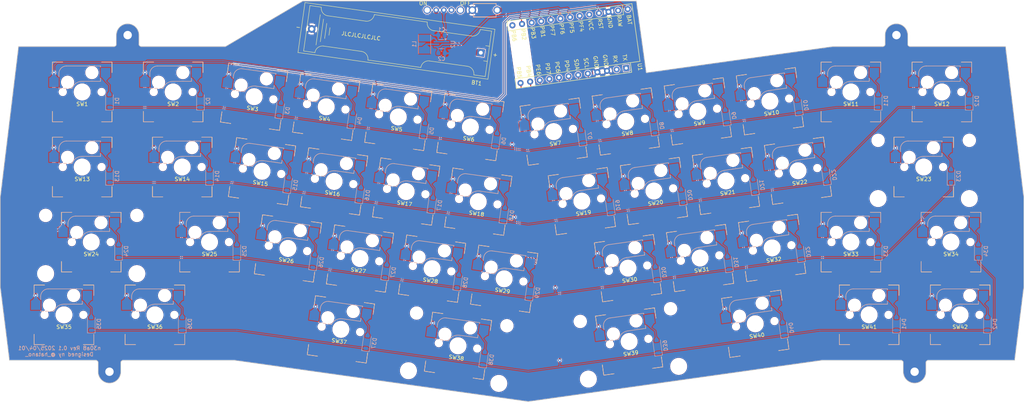
<source format=kicad_pcb>
(kicad_pcb (version 20241229) (generator "pcbnew") (generator_version "9.0")
  (layers (0 "F.Cu" mixed) (2 "B.Cu" mixed) (13 "F.Paste" user) (15 "B.Paste" user) (5 "F.SilkS" user "F.Silkscreen") (7 "B.SilkS" user "B.Silkscreen") (1 "F.Mask" user) (3 "B.Mask" user) (25 "Edge.Cuts" user))
  (net 0 "")
  (net 1 "GND")
  (net 2 "BAT")
  (net 3 "R1")
  (net 4 "Net-(BT1-+)")
  (net 5 "Net-(D1-A)")
  (net 6 "Net-(D2-A)")
  (net 7 "Net-(D3-A)")
  (net 8 "Net-(D4-A)")
  (net 9 "Net-(D5-A)")
  (net 10 "Net-(D6-A)")
  (net 11 "R2")
  (net 12 "Net-(D7-A)")
  (net 13 "Net-(D8-A)")
  (net 14 "Net-(D9-A)")
  (net 15 "Net-(D10-A)")
  (net 16 "Net-(D11-A)")
  (net 17 "Net-(D12-A)")
  (net 18 "Net-(D13-A)")
  (net 19 "Net-(D14-A)")
  (net 20 "Net-(D15-A)")
  (net 21 "Net-(D16-A)")
  (net 22 "Net-(D17-A)")
  (net 23 "Net-(D18-A)")
  (net 24 "Net-(D19-A)")
  (net 25 "Net-(D20-A)")
  (net 26 "Net-(D21-A)")
  (net 27 "Net-(D22-A)")
  (net 28 "Net-(D23-A)")
  (net 29 "Net-(D24-A)")
  (net 30 "C0")
  (net 31 "C1")
  (net 32 "C2")
  (net 33 "C3")
  (net 34 "C4")
  (net 35 "C5")
  (net 36 "C6")
  (net 37 "RST")
  (net 38 "Net-(D25-A)")
  (net 39 "Net-(D26-A)")
  (net 40 "cell")
  (net 41 "Net-(D27-A)")
  (net 42 "Net-(D28-A)")
  (net 43 "Net-(D29-A)")
  (net 44 "Net-(D30-A)")
  (net 45 "Net-(D31-A)")
  (net 46 "Net-(D32-A)")
  (net 47 "C7")
  (net 48 "C8")
  (net 49 "C9")
  (net 50 "C10")
  (net 51 "R0")
  (net 52 "Net-(D33-A)")
  (net 53 "R3")
  (net 54 "Net-(D34-A)")
  (net 55 "Net-(D35-A)")
  (net 56 "Net-(D36-A)")
  (net 57 "Net-(D37-A)")
  (net 58 "Net-(D38-A)")
  (net 59 "Net-(D39-A)")
  (net 60 "Net-(D40-A)")
  (net 61 "Net-(U2-L)")
  (net 66 "VCC")
  (net 67 "Net-(D41-A)")
  (net 68 "Net-(D42-A)")
  (footprint "Battery:BatteryHolder_Keystone_2466_1xAAA" (layer "F.Cu") (at 161.494109 37.357576 172)
    (property "Reference" "BT1")
    (property "Value" "Battery_Cell")
  )
  (footprint "cscslib:TACT_SWITCH_TVBP06" (layer "F.Cu") (at 162.520449 26.193696 180)
    (property "Reference" "SW43" (hide yes))
    (property "Value" "SW_RST" (hide yes))
  )
  (footprint "cscslib:BLEMicroPro-2N" (layer "F.Cu") (at 184.659817 35.785371 -82)
    (property "Reference" "U1")
    (property "Value" "BLE-Micro-Pro-2" (hide yes))
  )
  (footprint "cscslib:MountingHole_M2_plating" (layer "F.Cu") (at 275.034606 120.848539)
    (property "Reference" "H4")
    (property "Value" "MountingHole_Pad" (hide yes))
  )
  (footprint "cscslib:MountingHole_M2_plating" (layer "F.Cu") (at 69.056308 32.742215)
    (property "Reference" "H1")
    (property "Value" "MountingHole_Pad" (hide yes))
  )
  (footprint "cscslib:SLIDE_SWITCH_SK-12D01" (layer "F.Cu") (at 151.804815 26.193772 180)
    (property "Reference" "SW44" (hide yes))
    (property "Value" "SW_PWR" (hide yes))
  )
  (footprint "cscslib:MountingHole_M2_plating" (layer "F.Cu") (at 64.293804 120.848539)
    (property "Reference" "H3")
    (property "Value" "MountingHole_Pad" (hide yes))
  )
  (footprint "cscslib:MountingHole_M2_plating" (layer "F.Cu") (at 270.272102 32.742215)
    (property "Reference" "H2")
    (property "Value" "MountingHole_Pad" (hide yes))
  )
  (footprint "cscslib:CPG151101S11_1.5u" (layer "B.Cu") (at 57.15 47.624925)
    (property "Reference" "SW1")
    (property "Value" "CPG151101S11-16" (hide yes))
  )
  (footprint "cscslib:CPG151101S11_1u" (layer "B.Cu") (at 102.166025 48.857934 -8)
    (property "Reference" "SW3")
    (property "Value" "CPG151101S11-16" (hide yes))
  )
  (footprint "cscslib:CPG151101S11_1u" (layer "B.Cu") (at 121.030712 51.509194 -8)
    (property "Reference" "SW4")
    (property "Value" "CPG151101S11-16" (hide yes))
  )
  (footprint "cscslib:CPG151101S11_1u" (layer "B.Cu") (at 139.895395 54.160451 -8)
    (property "Reference" "SW5")
    (property "Value" "CPG151101S11-16" (hide yes))
  )
  (footprint "cscslib:CPG151101S11_1u" (layer "B.Cu") (at 158.760083 56.811709 -8)
    (property "Reference" "SW6")
    (property "Value" "CPG151101S11-16" (hide yes))
  )
  (footprint "cscslib:CPG151101S11_1u" (layer "B.Cu") (at 180.568013 58.002359 8)
    (property "Reference" "SW7")
    (property "Value" "CPG151101S11-16" (hide yes))
  )
  (footprint "cscslib:CPG151101S11_1u" (layer "B.Cu") (at 199.432699 55.351103 8)
    (property "Reference" "SW8")
    (property "Value" "CPG151101S11-16" (hide yes))
  )
  (footprint "cscslib:CPG151101S11_1u" (layer "B.Cu") (at 218.297385 52.699842 8)
    (property "Reference" "SW9")
    (property "Value" "CPG151101S11-16" (hide yes))
  )
  (footprint "cscslib:CPG151101S11_1u" (layer "B.Cu") (at 237.162069 50.048586 8)
    (property "Reference" "SW10")
    (property "Value" "CPG151101S11-16" (hide yes))
  )
  (footprint "cscslib:CPG151101S11_1u" (layer "B.Cu") (at 258.365625 47.624927)
    (property "Reference" "SW11")
    (property "Value" "CPG151101S11-16" (hide yes))
  )
  (footprint "cscslib:CPG151101S11_1u" (layer "B.Cu") (at 83.343749 67.270293)
    (property "Reference" "SW14")
    (property "Value" "CPG151101S11-16" (hide yes))
  )
  (footprint "cscslib:CPG151101S11_1u" (layer "B.Cu") (at 104.230765 68.38541 -8)
    (property "Reference" "SW15")
    (property "Value" "CPG151101S11-16" (hide yes))
  )
  (footprint "cscslib:CPG151101S11_1u" (layer "B.Cu") (at 187.935015 76.204293 8)
    (property "Reference" "SW19")
    (property "Value" "CPG151101S11-16" (hide yes))
  )
  (footprint "cscslib:CPG151101S11_1u" (layer "B.Cu") (at 225.66426 70.901794 8)
    (property "Reference" "SW21")
    (property "Value" "CPG151101S11-16" (hide yes))
  )
  (footprint "cscslib:CPG151101S11_2.25u" (layer "B.Cu") (at 59.53125 86.91555)
    (property "Reference" "SW24")
    (property "Value" "CPG151101S11-16" (hide yes))
  )
  (footprint "cscslib:CPG151101S11_1u" (layer "B.Cu") (at 90.487294 86.915674)
    (property "Reference" "SW25")
    (property "Value" "CPG151101S11-16" (hide yes))
  )
  (footprint "cscslib:CPG151101S11_1u" (layer "B.Cu") (at 111.011825 88.575657 -8)
    (property "Reference" "SW26")
    (property "Value" "CPG151101S11-16" (hide yes))
  )
  (footprint "cscslib:CPG151101S11_1u" (layer "B.Cu") (at 148.741095 93.877998 -8)
    (property "Reference" "SW28")
    (property "Value" "CPG151101S11-16" (hide yes))
  )
  (footprint "cscslib:CPG151101S11_1u" (layer "B.Cu") (at 167.605682 96.52947 -8)
    (property "Reference" "SW29")
    (property "Value" "CPG151101S11-16" (hide yes))
  )
  (footprint "cscslib:CPG151101S11_1u" (layer "B.Cu") (at 80.9625 47.624925)
    (property "Reference" "SW2")
    (property "Value" "CPG151101S11-16" (hide yes))
  )
  (footprint "cscslib:CPG151101S11_1u" (layer "B.Cu") (at 206.799638 73.553044 8)
    (property "Reference" "SW20")
    (property "Value" "CPG151101S11-16" (hide yes))
  )
  (footprint "cscslib:CPG151101S11_1.75u" (layer "B.Cu") (at 57.150003 67.270292)
    (property "Reference" "SW13")
    (property "Value" "CPG151101S11-16" (hide yes))
  )
  (footprint "Diode_SMD:D_SOD-123" (layer "B.Cu") (at 155.484049 97.23029 82)
    (property "Reference" "D28")
    (property "Value" "1N4148W" (hide yes))
  )
  (footprint "Diode_SMD:D_SOD-123" (layer "B.Cu") (at 251.935315 69.614187 98)
    (property "Reference" "D22")
    (property "Value" "1N4148W" (hide yes))
  )
  (footprint "Diode_SMD:D_SOD-123" (layer "B.Cu") (at 66.675056 89.296874 90)
    (property "Reference" "D24")
    (property "Value" "1N4148W" (hide yes))
  )
  (footprint "Diode_SMD:D_SOD-123" (layer "B.Cu") (at 97.63133 89.296874 90)
    (property "Reference" "D25")
    (property "Value" "1N4148W" (hide yes))
  )
  (footprint "Diode_SMD:D_SOD-123" (layer "B.Cu") (at 207.425007 95.106934 98)
    (property "Reference" "D30")
    (property "Value" "1N4148W" (hide yes))
  )
  (footprint "Capacitor_SMD:C_0603_1608Metric_Pad1.08x0.95mm_HandSolder" (layer "B.Cu") (at 151.209476 32.741953 180)
    (property "Reference" "C1")
    (property "Value" "GRM188R60J106KE47D")
  )
  (footprint "Inductor_SMD:L_Taiyo-Yuden_NR-30xx_HandSoldering" (layer "B.Cu") (at 146.764401 35.123205 90)
    (property "Reference" "L1")
    (property "Value" "LQH3NPZ4R7MMEL")
  )
  (footprint "Capacitor_SMD:C_0603_1608Metric_Pad1.08x0.95mm_HandSolder" (layer "B.Cu") (at 151.209479 37.504457)
    (property "Reference" "C2")
    (property "Value" "GRM188R60J106KE47D")
  )
  (footprint "Diode_SMD:D_SOD-123" (layer "B.Cu") (at 117.754836 91.927796 82)
    (property "Reference" "D26")
    (property "Value" "1N4148W" (hide yes))
  )
  (footprint "cscslib:CPG151101S11_1u" (layer "B.Cu") (at 244.528883 68.250546 8)
    (property "Reference" "SW22")
    (property "Value" "CPG151101S11-16" (hide yes))
  )
  (footprint "Diode_SMD:D_SOD-123" (layer "B.Cu") (at 136.619443 94.579042 82)
    (property "Reference" "D27")
    (property "Value" "1N4148W" (hide yes))
  )
  (footprint "Diode_SMD:D_SOD-123" (layer "B.Cu") (at 108.908876 52.210147 82)
    (property "Reference" "D3")
    (property "Value" "1N4148W" (hide yes))
  )
  (footprint "Diode_SMD:D_SOD-123" (layer "B.Cu") (at 88.106324 50.006216 90)
    (property "Reference" "D2")
    (property "Value" "1N4148W" (hide yes))
  )
  (footprint "Diode_SMD:D_SOD-123" (layer "B.Cu") (at 127.773483 54.861393 82)
    (property "Reference" "D4")
    (property "Value" "1N4148W" (hide yes))
  )
  (footprint "Diode_SMD:D_SOD-123" (layer "B.Cu") (at 206.838664 56.714877 98)
    (property "Reference" "D8")
    (property "Value" "1N4148W" (hide yes))
  )
  (footprint "Diode_SMD:D_SOD-123" (layer "B.Cu") (at 225.703287 54.063627 98)
    (property "Reference" "D9")
    (property "Value" "1N4148W" (hide yes))
  )
  (footprint "Diode_SMD:D_SOD-123" (layer "B.Cu") (at 187.974042 59.366127 98)
    (property "Reference" "D7")
    (property "Value" "1N4148W" (hide yes))
  )
  (footprint "Diode_SMD:D_SOD-123" (layer "B.Cu") (at 244.567909 51.412377 98)
    (property "Reference" "D10")
    (property "Value" "1N4148W" (hide yes))
  )
  (footprint "Diode_SMD:D_SOD-123" (layer "B.Cu") (at 146.63809 57.512641 82)
    (property "Reference" "D5")
    (property "Value" "1N4148W" (hide yes))
  )
  (footprint "Diode_SMD:D_SOD-123" (layer "B.Cu") (at 165.502693 60.163889 82)
    (property "Reference" "D6")
    (property "Value" "1N4148W" (hide yes))
  )
  (footprint "Diode_SMD:D_SOD-123" (layer "B.Cu") (at 64.293804 50.006216 90)
    (property "Reference" "D1")
    (property "Value" "1N4148W" (hide yes))
  )
  (footprint "Diode_SMD:D_SOD-123" (layer "B.Cu") (at 214.20607 74.916687 98)
    (property "Reference" "D20")
    (property "Value" "1N4148W" (hide yes))
  )
  (footprint "Diode_SMD:D_SOD-123" (layer "B.Cu") (at 129.838388 74.388812 82)
    (property "Reference" "D16")
    (property "Value" "1N4148W" (hide yes))
  )
  (footprint "Diode_SMD:D_SOD-123" (layer "B.Cu") (at 195.341447 77.567939 98)
    (property "Reference" "D19")
    (property "Value" "1N4148W" (hide yes))
  )
  (footprint "Diode_SMD:D_SOD-123" (layer "B.Cu") (at 233.070692 72.265437 98)
    (property "Reference" "D21")
    (property "Value" "1N4148W" (hide yes))
  )
  (footprint "Diode_SMD:D_SOD-123" (layer "B.Cu") (at 110.97378 71.737564 82)
    (property "Reference" "D15")
    (property "Value" "1N4148W" (hide yes))
  )
  (footprint "Diode_SMD:D_SOD-123" (layer "B.Cu") (at 167.5676 79.691307 82)
    (property "Reference" "D18")
    (property "Value" "1N4148W" (hide yes))
  )
  (footprint "Diode_SMD:D_SOD-123" (layer "B.Cu") (at 90.487576 69.651545 90)
    (property "Reference" "D14")
    (property "Value" "1N4148W" (hide yes))
  )
  (footprint "cscslib:CPG151101S11_1u" (layer "B.Cu") (at 123.095386 71.03666 -8)
    (property "Reference" "SW16")
    (property "Value" "CPG151101S11-16" (hide yes))
  )
  (footprint "cscslib:CPG151101S11_1u" (layer "B.Cu") (at 160.824631 76.339159 -8)
    (property "Reference" "SW18")
    (property "Value" "CPG151101S11-16" (hide yes))
  )
  (footprint "cscslib:CPG151101S11_1u" (layer "B.Cu") (at 141.960006 73.687909 -8)
    (property "Reference" "SW17")
    (property "Value" "CPG151101S11-16" (hide yes))
  )
  (footprint "cscslib:CPG151101S11_2.25u" (layer "B.Cu") (at 277.415624 67.270296)
    (property "Reference" "SW23")
    (property "Value" "CPG151101S11-16" (hide yes))
  )
  (footprint "Diode_SMD:D_SOD-123" (layer "B.Cu") (at 174.348656 99.881538 82)
    (property "Reference" "D29")
    (property "Value" "1N4148W" (hide yes))
  )
  (footprint "Diode_SMD:D_SOD-123" (layer "B.Cu") (at 148.702994 77.04006 82)
    (property "Reference" "D17")
    (property "Value" "1N4148W" (hide yes))
  )
  (footprint "Diode_SMD:D_SOD-123" (layer "B.Cu") (at 64.293804 69.651545 90)
    (property "Reference" "D13")
    (property "Value" "1N4148W" (hide yes))
  )
  (footprint "Diode_SMD:D_SOD-123" (layer "B.Cu") (at 245.154253 89.804435 98)
    (property "Reference" "D32")
    (property "Value" "1N4148W" (hide yes))
  )
  (footprint "cscslib:CPG151101S11_1u" (layer "B.Cu") (at 237.748348 88.440781 8)
    (property "Reference" "SW32")
    (property "Value" "CPG151101S11-16" (hide yes))
  )
  (footprint "cscslib:CPG151101S11_1.5u" (layer "B.Cu") (at 282.178124 47.624924)
    (property "Reference" "SW12")
    (property "Value" "CPG151101S11-16" (hide yes))
  )
  (footprint "cscslib:CPG151101S11_1u" (layer "B.Cu") (at 129.876448 91.226908 -8)
    (property "Reference" "SW27")
    (property "Value" "CPG151101S11-16" (hide yes))
  )
  (footprint "cscslib:CPG151101S11_1u" (layer "B.Cu") (at 200.019026 93.743292 8)
    (property "Reference" "SW30")
    (property "Value" "CPG151101S11-16" (hide yes))
  )
  (footprint "cscslib:CPG151101S11_1.25u" (layer "B.Cu") (at 286.940626 105.96555)
    (property "Reference" "SW42")
    (property "Value" "CPG151101S11-16" (hide yes))
  )
  (footprint "Diode_SMD:D_SOD-123" (layer "B.Cu") (at 265.509598 50.006216 90)
    (property "Reference" "D11")
    (property "Value" "1N4148W" (hide yes))
  )
  (footprint "cscslib:CPG151101S11_1.25u" (layer "B.Cu") (at 233.325617 108.299389 8)
    (property "Reference" "SW40")
    (property "Value" "CPG151101S11-16" (hide yes))
  )
  (footprint "Diode_SMD:D_SOD-123" (layer "B.Cu") (at 162.265105 117.420522 82)
    (property "Reference" "D38")
    (property "Value" "1N4148W" (hide yes))
  )
  (footprint "cscslib:CPG151101S11_1.25u" (layer "B.Cu") (at 263.128346 105.965638)
    (property "Reference" "SW41")
    (property "Value" "CPG151101S11-16" (hide yes))
  )
  (footprint "cscslib:CPG151101S11_2.25u" (layer "B.Cu") (at 200.312528 112.939075 8)
    (property "Reference" "SW39")
    (property "Value" "CPG151101S11-16" (hide yes))
  )
  (footprint "cscslib:CPG151101S11_1u" (layer "B.Cu") (at 258.365625 86.915629)
    (property "Reference" "SW33")
    (property "Value" "CPG151101S11-16" (hide yes))
  )
  (footprint "Diode_SMD:D_SOD-123" (layer "B.Cu") (at 284.559614 69.651545 90)
    (property "Reference" "D23")
    (property "Value" "1N4148W" (hide yes))
  )
  (footprint "Diode_SMD:D_SOD-123" (layer "B.Cu") (at 240.73127 109.663276 98)
    (property "Reference" "D40")
    (property "Value" "1N4148W" (hide yes))
  )
  (footprint "cscslib:CPG151101S11_1.25u" (layer "B.Cu") (at 52.3875 105.965549)
    (property "Reference" "SW35")
    (property "Value" "CPG151101S11-16" (hide yes))
  )
  (footprint "Package_TO_SOT_SMD:SOT-363_SC-70-6_Handsoldering" (layer "B.Cu") (at 151.209502 35.123467 180)
    (property "Reference" "U2")
    (property "Value" "TPS61221")
  )
  (footprint "Diode_SMD:D_SOD-123" (layer "B.Cu") (at 294.084622 108.346891 90)
    (property "Reference" "D42")
    (property "Value" "1N4148W" (hide yes))
  )
  (footprint "Diode_SMD:D_SOD-123" (layer "B.Cu") (at 291.70337 89.296874 90)
    (property "Reference" "D34")
    (property "Value" "1N4148W" (hide yes))
  )
  (footprint "cscslib:CPG151101S11_1u" (layer "B.Cu") (at 218.883715 91.091843 8)
    (property "Reference" "SW31")
    (property "Value" "CPG151101S11-16" (hide yes))
  )
  (footprint "Diode_SMD:D_SOD-123" (layer "B.Cu") (at 265.5096 89.296872 90)
    (property "Reference" "D33")
    (property "Value" "1N4148W" (hide yes))
  )
  (footprint "cscslib:CPG151101S11_1.75u" (layer "B.Cu") (at 284.559375 86.91555)
    (property "Reference" "SW34")
    (property "Value" "CPG151101S11-16" (hide yes))
  )
  (footprint "cscslib:CPG151101S11_2u" (layer "B.Cu") (at 155.522725 114.068348 -8)
    (property "Reference" "SW38")
    (property "Value" "CPG151101S11-16" (hide yes))
  )
  (footprint "Diode_SMD:D_SOD-123" (layer "B.Cu") (at 289.322118 50.006216 90)
    (property "Reference" "D12")
    (property "Value" "1N4148W" (hide yes))
  )
  (footprint "Diode_SMD:D_SOD-123" (layer "B.Cu") (at 207.718177 114.302963 98)
    (property "Reference" "D39")
    (property "Value" "1N4148W" (hide yes))
  )
  (footprint "cscslib:CPG151101S11_1.25u" (layer "B.Cu") (at 124.867739 109.760069 -8)
    (property "Reference" "SW37")
    (property "Value" "CPG151101S11-16" (hide yes))
  )
  (footprint "cscslib:CPG151101S11_1.25u" (layer "B.Cu") (at 76.2 105.96555)
    (property "Reference" "SW36")
    (property "Value" "CPG151101S11-16" (hide yes))
  )
  (footprint "Diode_SMD:D_SOD-123" (layer "B.Cu") (at 59.5313 108.34689 90)
    (property "Reference" "D35")
    (property "Value" "1N4148W" (hide yes))
  )
  (footprint "Diode_SMD:D_SOD-123" (layer "B.Cu") (at 131.61012 113.112243 82)
    (property "Reference" "D37")
    (property "Value" "1N4148W" (hide yes))
  )
  (footprint "Diode_SMD:D_SOD-123" (layer "B.Cu") (at 83.34382 108.34689 90)
    (property "Reference" "D36")
    (property "Value" "1N4148W" (hide yes))
  )
  (footprint "Diode_SMD:D_SOD-123" (layer "B.Cu") (at 270.272102 108.34689 90)
    (property "Reference" "D41")
    (property "Value" "1N4148W" (hide yes))
  )
  (footprint "Diode_SMD:D_SOD-123" (layer "B.Cu") (at 226.289631 92.455685 98)
    (property "Reference" "D31")
    (property "Value" "1N4148W" (hide yes))
  )
  (gr_line (start 97.27153 117.904913) (end 173.900255 128.674378) (stroke (width 0.15)) (layer "Edge.Cuts"))
  (gr_line (start 173.900255 128.674378) (end 250.763894 117.871898) (stroke (width 0.15)) (layer "Edge.Cuts"))
  (gr_line (start 272.058041 120.848492) (end 272.058039 118.467287) (stroke (width 0.15)) (layer "Edge.Cuts"))
  (gr_arc (start 67.270474 118.467287) (mid 67.444806 118.046411) (end 67.865682 117.872079) (stroke (width 0.15)) (layer "Edge.Cuts"))
  (gr_line (start 97.03602 117.871908) (end 97.27153 117.904913) (stroke (width 0.15)) (layer "Edge.Cuts"))
  (gr_arc (start 66.079685 32.742276) (mid 69.056244 29.76565) (end 72.032815 32.742263) (stroke (width 0.15)) (layer "Edge.Cuts"))
  (gr_line (start 278.011171 120.848539) (end 278.0114 118.467287) (stroke (width 0.15)) (layer "Edge.Cuts"))
  (gr_arc (start 273.843981 35.718675) (mid 273.423104 35.544343) (end 273.248772 35.123467) (stroke (width 0.15)) (layer "Edge.Cuts"))
  (gr_arc (start 267.295432 35.123467) (mid 267.1211 35.544343) (end 266.700224 35.718675) (stroke (width 0.15)) (layer "Edge.Cuts"))
  (gr_line (start 250.763896 117.871802) (end 271.462728 117.87208) (stroke (width 0.15)) (layer "Edge.Cuts"))
  (gr_line (start 66.079685 32.742214) (end 66.079456 35.123467) (stroke (width 0.15)) (layer "Edge.Cuts"))
  (gr_arc (start 278.011276 118.467287) (mid 278.185608 118.046411) (end 278.606484 117.872079) (stroke (width 0.15)) (layer "Edge.Cuts"))
  (gr_arc (start 271.462728 117.872079) (mid 271.883604 118.046411) (end 272.057937 118.467287) (stroke (width 0.15)) (layer "Edge.Cuts"))
  (gr_line (start 278.606484 117.872079) (end 301.228125 117.871802) (stroke (width 0.15)) (layer "Edge.Cuts"))
  (gr_line (start 204.814649 42.57135) (end 253.57474 35.718675) (stroke (width 0.15)) (layer "Edge.Cuts"))
  (gr_line (start 94.654767 35.718675) (end 72.628186 35.718675) (stroke (width 0.15)) (layer "Edge.Cuts"))
  (gr_line (start 298.846875 35.718675) (end 303.609375 75.009298) (stroke (width 0.15)) (layer "Edge.Cuts"))
  (gr_line (start 273.843981 35.718675) (end 298.846875 35.718675) (stroke (width 0.15)) (layer "Edge.Cuts"))
  (gr_line (start 40.48125 35.718675) (end 35.71875 75.0093) (stroke (width 0.15)) (layer "Edge.Cuts"))
  (gr_arc (start 278.011171 120.848479) (mid 275.034612 123.825104) (end 272.058041 120.848491) (stroke (width 0.15)) (layer "Edge.Cuts"))
  (gr_line (start 303.609375 75.009298) (end 303.609375 98.8218) (stroke (width 0.15)) (layer "Edge.Cuts"))
  (gr_line (start 303.609375 98.8218) (end 301.228125 117.871802) (stroke (width 0.15)) (layer "Edge.Cuts"))
  (gr_line (start 35.718752 98.8218) (end 35.71875 75.0093) (stroke (width 0.15)) (layer "Edge.Cuts"))
  (gr_arc (start 72.628128 35.718675) (mid 72.207252 35.544343) (end 72.03292 35.123467) (stroke (width 0.15)) (layer "Edge.Cuts"))
  (gr_arc (start 66.07958 35.123467) (mid 65.905248 35.544343) (end 65.484372 35.718675) (stroke (width 0.15)) (layer "Edge.Cuts"))
  (gr_line (start 60.7219 117.872079) (end 38.099998 117.871908) (stroke (width 0.15)) (layer "Edge.Cuts"))
  (gr_line (start 273.248667 32.742262) (end 273.248668 35.123467) (stroke (width 0.15)) (layer "Edge.Cuts"))
  (gr_arc (start 67.270369 120.848479) (mid 64.29381 123.825103) (end 61.317239 120.848491) (stroke (width 0.15)) (layer "Edge.Cuts"))
  (gr_arc (start 60.721926 117.872079) (mid 61.142802 118.046411) (end 61.317135 118.467287) (stroke (width 0.15)) (layer "Edge.Cuts"))
  (gr_line (start 114.895409 23.81252) (end 94.654767 35.718675) (stroke (width 0.15)) (layer "Edge.Cuts"))
  (gr_line (start 72.032815 32.742262) (end 72.032816 35.123467) (stroke (width 0.15)) (layer "Edge.Cuts"))
  (gr_line (start 61.317239 120.848492) (end 61.317237 118.467287) (stroke (width 0.15)) (layer "Edge.Cuts"))
  (gr_line (start 35.718752 98.8218) (end 38.099998 117.871908) (stroke (width 0.15)) (layer "Edge.Cuts"))
  (gr_line (start 67.86814 117.872079) (end 97.03602 117.871908) (stroke (width 0.15)) (layer "Edge.Cuts"))
  (gr_arc (start 267.295537 32.742275) (mid 270.272096 29.76565) (end 273.248667 32.742263) (stroke (width 0.15)) (layer "Edge.Cuts"))
  (gr_line (start 267.295537 32.742215) (end 267.295308 35.123467) (stroke (width 0.15)) (layer "Edge.Cuts"))
  (gr_line (start 65.48443 35.718675) (end 40.48125 35.718675) (stroke (width 0.15)) (layer "Edge.Cuts"))
  (gr_line (start 67.270369 120.848539) (end 67.270598 118.467287) (stroke (width 0.15)) (layer "Edge.Cuts"))
  (gr_line (start 253.57474 35.718675) (end 266.700224 35.718675) (stroke (width 0.15)) (layer "Edge.Cuts"))
  (gr_line (start 114.895409 23.812444) (end 202.214317 23.812445) (stroke (width 0.15)) (layer "Edge.Cuts"))
  (gr_line (start 202.214317 23.812445) (end 204.814649 42.57135) (stroke (width 0.15)) (layer "Edge.Cuts"))
  (gr_text "OFF" (at 155.972006 25.003146 0) (layer "F.SilkS") (effects (font (size 1 1)) (justify left bottom)))
  (gr_text "ON" (at 145.256372 25.003146 0) (layer "F.SilkS") (effects (font (size 1 1)) (justify left bottom)))
  (gr_text "JLCJLCJLCJLC" (at 124.861055 32.81025 352) (layer "F.SilkS") (effects (font (size 1 1)) (justify left bottom)))
  (gr_text "n30a8 Rev 0.1 2025/04/01\nDesigned ny @_hatano_" (at 51.196875 115.490658 0) (layer "B.SilkS") (effects (font (size 1 1)) (justify mirror)))
  (segment (start 152.539502 35.773467) (end 154.726533 35.773467) (width 0.4) (layer "B.Cu") (net 1))
  (segment (start 150.94798 36.366227) (end 151.540739 35.773467) (width 0.4) (layer "B.Cu") (net 1))
  (segment (start 152.071976 37.504455) (end 152.071976 36.240993) (width 0.4) (layer "B.Cu") (net 1))
  (segment (start 152.539502 35.773467) (end 151.540739 35.773467) (width 0.4) (layer "B.Cu") (net 1))
  (segment (start 152.071976 36.240993) (end 152.539502 35.77347) (width 0.4) (layer "B.Cu") (net 1))
  (segment (start 152.539502 35.123467) (end 156.558649 35.123467) (width 0.4) (layer "B.Cu") (net 2))
  (segment (start 150.690797 35.773467) (end 149.879504 35.773468) (width 0.4) (layer "B.Cu") (net 2))
  (segment (start 152.539509 35.123467) (end 151.340797 35.123467) (width 0.4) (layer "B.Cu") (net 2))
  (segment (start 156.558649 35.123467) (end 163.532691 28.149425) (width 0.4) (layer "B.Cu") (net 2))
  (segment (start 181.751814 25.588894) (end 182.261192 25.972738) (width 0.4) (layer "B.Cu") (net 2))
  (segment (start 199.948644 25.94178) (end 197.797103 24.320478) (width 0.4) (layer "B.Cu") (net 2))
  (segment (start 184.144872 25.708004) (end 184.738958 26.15568) (width 0.4) (layer "B.Cu") (net 2))
  (segment (start 150.346979 36.240938) (end 149.879504 35.773468) (width 0.4) (layer "B.Cu") (net 2))
  (segment (start 150.346976 37.504457) (end 150.346979 36.240938) (width 0.4) (layer "B.Cu") (net 2))
  (segment (start 163.532691 28.149425) (end 181.751814 25.588894) (width 0.4) (layer "B.Cu") (net 2))
  (segment (start 151.340797 35.123467) (end 150.690797 35.773467) (width 0.4) (layer "B.Cu") (net 2))
  (segment (start 184.144872 25.708004) (end 182.261192 25.972738) (width 0.4) (layer "B.Cu") (net 2))
  (segment (start 184.738958 26.15568) (end 197.797103 24.320478) (width 0.4) (layer "B.Cu") (net 2))
  (segment (start 170.259518 79.514866) (end 170.597831 79.176553) (width 0.25) (layer "F.Cu") (net 3))
  (segment (start 170.259518 80.367179) (end 170.259518 79.514866) (width 0.25) (layer "F.Cu") (net 3))
  (segment (start 174.600413 46.336929) (end 173.688535 47.547033) (width 0.25) (layer "F.Cu") (net 3))
  (segment (start 173.688535 47.547033) (end 171.821507 47.809428) (width 0.25) (layer "F.Cu") (net 3))
  (segment (start 170.597831 79.176553) (end 170.597833 49.433297) (width 0.25) (layer "F.Cu") (net 3))
  (segment (start 174.401552 44.921962) (end 174.600413 46.336929) (width 0.25) (layer "F.Cu") (net 3))
  (segment (start 171.821507 47.809428) (end 170.597833 49.433297) (width 0.25) (layer "F.Cu") (net 3))
  (via (at 170.259518 80.367179) (size 0.8) (drill 0.4) (layers "F.Cu" "B.Cu") (net 3))
  (segment (start 252.164951 71.248129) (end 252.164951 70.259399) (width 0.25) (layer "B.Cu") (net 3))
  (segment (start 195.571083 79.201879) (end 173.918405 82.244965) (width 0.25) (layer "B.Cu") (net 3))
  (segment (start 64.293804 71.301544) (end 90.487576 71.301545) (width 0.25) (layer "B.Cu") (net 3))
  (segment (start 167.337965 81.325249) (end 96.011999 71.301039) (width 0.25) (layer "B.Cu") (net 3))
  (segment (start 170.259521 81.735847) (end 173.914925 82.249581) (width 0.25) (layer "B.Cu") (net 3))
  (segment (start 167.337965 81.325249) (end 170.259521 81.735847) (width 0.25) (layer "B.Cu") (net 3))
  (segment (start 270.768134 51.656216) (end 289.322118 51.656216) (width 0.25) (layer "B.Cu") (net 3))
  (segment (start 90.487576 71.301545) (end 96.011494 71.301545) (width 0.25) (layer "B.Cu") (net 3))
  (segment (start 170.259518 80.367179) (end 170.259521 81.735847) (width 0.25) (layer "B.Cu") (net 3))
  (segment (start 96.011494 71.301545) (end 96.011999 71.301039) (width 0.25) (layer "B.Cu") (net 3))
  (segment (start 173.918405 82.244965) (end 173.914925 82.249581) (width 0.25) (layer "B.Cu") (net 3))
  (segment (start 252.164951 70.259399) (end 270.768134 51.656216) (width 0.25) (layer "B.Cu") (net 3))
  (segment (start 252.16495 71.24813) (end 195.571083 79.201879) (width 0.25) (layer "B.Cu") (net 3))
  (segment (start 149.804815 29.257303) (end 157.905088 37.357576) (width 0.4) (layer "F.Cu") (net 4))
  (segment (start 149.804815 26.193772) (end 149.804815 29.257303) (width 0.4) (layer "F.Cu") (net 4))
  (segment (start 157.905088 37.357576) (end 161.494109 37.357576) (width 0.4) (layer "F.Cu") (net 4))
  (segment (start 63.264998 44.810222) (end 64.293803 45.839026) (width 0.25) (layer "B.Cu") (net 5))
  (segment (start 64.293803 45.839026) (end 64.293804 48.356216) (width 0.25) (layer "B.Cu") (net 5))
  (segment (start 63.265 42.544928) (end 63.264998 44.810222) (width 0.25) (layer "B.Cu") (net 5))
  (segment (start 88.106324 45.839027) (end 88.106324 48.356216) (width 0.25) (layer "B.Cu") (net 6))
  (segment (start 87.0775 42.544927) (end 87.077499 44.810201) (width 0.25) (layer "B.Cu") (net 6))
  (segment (start 87.077499 44.810201) (end 88.106324 45.839027) (width 0.25) (layer "B.Cu") (net 6))
  (segment (start 109.488844 48.083459) (end 109.13851 50.576202) (width 0.25) (layer "B.Cu") (net 7))
  (segment (start 108.613265 46.921525) (end 109.488844 48.083459) (width 0.25) (layer "B.Cu") (net 7))
  (segment (start 108.928514 44.678416) (end 108.613265 46.921525) (width 0.25) (layer "B.Cu") (net 7))
  (segment (start 127.477942 49.572847) (end 128.353453 50.73469) (width 0.25) (layer "B.Cu") (net 8))
  (segment (start 127.793199 47.329674) (end 127.477942 49.572847) (width 0.25) (layer "B.Cu") (net 8))
  (segment (start 128.353453 50.73469) (end 128.003118 53.227451) (width 0.25) (layer "B.Cu") (net 8))
  (segment (start 146.342618 52.224168) (end 147.218062 53.385922) (width 0.25) (layer "B.Cu") (net 9))
  (segment (start 146.657885 49.980933) (end 146.342618 52.224168) (width 0.25) (layer "B.Cu") (net 9))
  (segment (start 147.218062 53.385922) (end 146.867725 55.878699) (width 0.25) (layer "B.Cu") (net 9))
  (segment (start 166.082791 56.037313) (end 166.082632 56.037433) (width 0.25) (layer "B.Cu") (net 10))
  (segment (start 166.082632 56.037433) (end 165.732333 58.529946) (width 0.25) (layer "B.Cu") (net 10))
  (segment (start 165.522571 52.632191) (end 165.207296 54.875491) (width 0.25) (layer "B.Cu") (net 10))
  (segment (start 165.207296 54.875491) (end 166.082791 56.037313) (width 0.25) (layer "B.Cu") (net 10))
  (segment (start 176.916833 44.568462) (end 177.176452 46.415744) (width 0.25) (layer "F.Cu") (net 11))
  (segment (start 176.63613 47.132776) (end 174.320137 47.458267) (width 0.25) (layer "F.Cu") (net 11))
  (segment (start 173.936294 47.967645) (end 172.069266 48.230039) (width 0.25) (layer "F.Cu") (net 11))
  (segment (start 172.069266 48.230039) (end 171.048834 49.584198) (width 0.25) (layer "F.Cu") (net 11))
  (segment (start 171.048832 87.747434) (end 180.975152 97.673754) (width 0.25) (layer "F.Cu") (net 11))
  (segment (start 171.048832 49.620108) (end 171.048832 87.747434) (width 0.25) (layer "F.Cu") (net 11))
  (segment (start 174.320137 47.458267) (end 173.936294 47.967645) (width 0.25) (layer "F.Cu") (net 11))
  (segment (start 177.176452 46.415744) (end 176.63613 47.132776) (width 0.25) (layer "F.Cu") (net 11))
  (segment (start 180.975152 97.673754) (end 180.975152 98.821882) (width 0.25) (layer "F.Cu") (net 11))
  (segment (start 171.048834 49.584198) (end 171.048832 49.620108) (width 0.25) (layer "F.Cu") (net 11))
  (via (at 180.975152 98.821882) (size 0.8) (drill 0.4) (layers "F.Cu" "B.Cu") (net 11))
  (segment (start 174.170834 101.446719) (end 180.975152 100.490434) (width 0.25) (layer "B.Cu") (net 11))
  (segment (start 245.383889 91.438377) (end 226.519266 94.089627) (width 0.25) (layer "B.Cu") (net 11))
  (segment (start 265.509598 90.946874) (end 266.836163 90.946874) (width 0.25) (layer "B.Cu") (net 11))
  (segment (start 226.519266 94.089627) (end 207.654644 96.740877) (width 0.25) (layer "B.Cu") (net 11))
  (segment (start 98.91586 90.946366) (end 98.915183 90.946875) (width 0.25) (layer "B.Cu") (net 11))
  (segment (start 248.870874 90.946874) (end 248.8692 90.948548) (width 0.25) (layer "B.Cu") (net 11))
  (segment (start 284.559614 73.223423) (end 284.559614 71.301545) (width 0.25) (layer "B.Cu") (net 11))
  (segment (start 265.509598 90.946874) (end 248.870874 90.946874) (width 0.25) (layer "B.Cu") (net 11))
  (segment (start 266.836163 90.946874) (end 284.559614 73.223423) (width 0.25) (layer "B.Cu") (net 11))
  (segment (start 207.654644 96.740877) (end 180.975152 100.490434) (width 0.25) (layer "B.Cu") (net 11))
  (segment (start 180.975152 100.490434) (end 180.975152 98.821882) (width 0.25) (layer "B.Cu") (net 11))
  (segment (start 245.383889 91.438377) (end 248.8692 90.948548) (width 0.25) (layer "B.Cu") (net 11))
  (segment (start 174.119021 101.51548) (end 98.91586 90.946366) (width 0.25) (layer "B.Cu") (net 11))
  (segment (start 97.631332 90.946874) (end 98.915183 90.946875) (width 0.25) (layer "B.Cu") (net 11))
  (segment (start 66.675056 90.946873) (end 97.631332 90.946874) (width 0.25) (layer "B.Cu") (net 11))
  (segment (start 186.231708 54.363562) (end 187.394078 55.23947) (width 0.25) (layer "B.Cu") (net 12))
  (segment (start 185.9165 52.120756) (end 186.231708 54.363562) (width 0.25) (layer "B.Cu") (net 12))
  (segment (start 187.394078 55.23947) (end 187.744405 57.732185) (width 0.25) (layer "B.Cu") (net 12))
  (segment (start 205.096403 51.712366) (end 206.2587 52.58822) (width 0.25) (layer "B.Cu") (net 13))
  (segment (start 206.2587 52.58822) (end 206.609026 55.080934) (width 0.25) (layer "B.Cu") (net 13))
  (segment (start 204.781188 49.469497) (end 205.096403 51.712366) (width 0.25) (layer "B.Cu") (net 13))
  (segment (start 225.123322 49.936968) (end 225.473653 52.429684) (width 0.25) (layer "B.Cu") (net 14))
  (segment (start 223.645875 46.818236) (end 223.961099 49.061171) (width 0.25) (layer "B.Cu") (net 14))
  (segment (start 223.961099 49.061171) (end 225.123322 49.936968) (width 0.25) (layer "B.Cu") (net 14))
  (segment (start 242.825791 46.409974) (end 243.987944 47.285719) (width 0.25) (layer "B.Cu") (net 15))
  (segment (start 243.987944 47.285719) (end 244.338273 49.778435) (width 0.25) (layer "B.Cu") (net 15))
  (segment (start 242.510559 44.166982) (end 242.825791 46.409974) (width 0.25) (layer "B.Cu") (net 15))
  (segment (start 264.480625 44.810052) (end 265.509598 45.839025) (width 0.25) (layer "B.Cu") (net 16))
  (segment (start 264.480625 42.544926) (end 264.480625 44.810052) (width 0.25) (layer "B.Cu") (net 16))
  (segment (start 265.509598 45.839025) (end 265.509597 48.356216) (width 0.25) (layer "B.Cu") (net 16))
  (segment (start 288.293124 42.544925) (end 288.293123 44.810031) (width 0.25) (layer "B.Cu") (net 17))
  (segment (start 289.322118 45.839023) (end 289.322118 48.356216) (width 0.25) (layer "B.Cu") (net 17))
  (segment (start 288.293123 44.810031) (end 289.322118 45.839023) (width 0.25) (layer "B.Cu") (net 17))
  (segment (start 63.265001 64.455551) (end 64.293804 65.484353) (width 0.25) (layer "B.Cu") (net 18))
  (segment (start 64.293804 65.484353) (end 64.293804 68.001545) (width 0.25) (layer "B.Cu") (net 18))
  (segment (start 63.265001 62.190293) (end 63.265001 64.455551) (width 0.25) (layer "B.Cu") (net 18))
  (segment (start 89.458749 64.455529) (end 90.487576 65.484354) (width 0.25) (layer "B.Cu") (net 19))
  (segment (start 89.458749 62.190293) (end 89.458749 64.455529) (width 0.25) (layer "B.Cu") (net 19))
  (segment (start 90.487576 65.484354) (end 90.487577 68.001545) (width 0.25) (layer "B.Cu") (net 19))
  (segment (start 110.993254 64.205891) (end 110.678037 66.448781) (width 0.25) (layer "B.Cu") (net 20))
  (segment (start 111.553747 67.61089) (end 111.203416 70.103622) (width 0.25) (layer "B.Cu") (net 20))
  (segment (start 110.678037 66.448781) (end 111.553747 67.61089) (width 0.25) (layer "B.Cu") (net 20))
  (segment (start 129.542657 69.100029) (end 130.418356 70.26212) (width 0.25) (layer "B.Cu") (net 21))
  (segment (start 129.857875 66.85714) (end 129.542657 69.100029) (width 0.25) (layer "B.Cu") (net 21))
  (segment (start 130.418356 70.26212) (end 130.068023 72.754872) (width 0.25) (layer "B.Cu") (net 21))
  (segment (start 149.283074 72.913498) (end 149.282929 72.913608) (width 0.25) (layer "B.Cu") (net 22))
  (segment (start 148.722494 69.508389) (end 148.407277 71.751276) (width 0.25) (layer "B.Cu") (net 22))
  (segment (start 149.282929 72.913608) (end 148.932631 75.406119) (width 0.25) (layer "B.Cu") (net 22))
  (segment (start 148.407277 71.751276) (end 149.283074 72.913498) (width 0.25) (layer "B.Cu") (net 22))
  (segment (start 167.587117 72.159641) (end 167.271902 74.402529) (width 0.25) (layer "B.Cu") (net 23))
  (segment (start 167.271902 74.402529) (end 168.147575 75.564584) (width 0.25) (layer "B.Cu") (net 23))
  (segment (start 168.147575 75.564584) (end 167.797236 78.057362) (width 0.25) (layer "B.Cu") (net 23))
  (segment (start 193.598646 72.565038) (end 194.761486 73.441301) (width 0.25) (layer "B.Cu") (net 24))
  (segment (start 193.283505 70.322688) (end 193.598646 72.565038) (width 0.25) (layer "B.Cu") (net 24))
  (segment (start 194.761486 73.441301) (end 195.111808 75.933995) (width 0.25) (layer "B.Cu") (net 24))
  (segment (start 213.626109 70.790051) (end 213.976436 73.282745) (width 0.25) (layer "B.Cu") (net 25))
  (segment (start 212.148128 67.671441) (end 212.46327 69.913787) (width 0.25) (layer "B.Cu") (net 25))
  (segment (start 212.46327 69.913787) (end 213.626109 70.790051) (width 0.25) (layer "B.Cu") (net 25))
  (segment (start 231.01275 65.020189) (end 231.327891 67.262537) (width 0.25) (layer "B.Cu") (net 26))
  (segment (start 231.327891 67.262537) (end 232.490731 68.138801) (width 0.25) (layer "B.Cu") (net 26))
  (segment (start 232.490731 68.138801) (end 232.841057 70.631495) (width 0.25) (layer "B.Cu") (net 26))
  (segment (start 251.355351 65.487531) (end 251.705679 67.980245) (width 0.25) (layer "B.Cu") (net 27))
  (segment (start 250.192512 64.611268) (end 251.355351 65.487531) (width 0.25) (layer "B.Cu") (net 27))
  (segment (start 249.877373 62.368939) (end 250.192512 64.611268) (width 0.25) (layer "B.Cu") (net 27))
  (segment (start 283.530624 62.190294) (end 283.530624 64.455364) (width 0.25) (layer "B.Cu") (net 28))
  (segment (start 284.559614 65.484354) (end 284.559614 68.001545) (width 0.25) (layer "B.Cu") (net 28))
  (segment (start 283.530624 64.455364) (end 284.559614 65.484354) (width 0.25) (layer "B.Cu") (net 28))
  (segment (start 66.675056 85.129684) (end 66.675056 87.646874) (width 0.25) (layer "B.Cu") (net 29))
  (segment (start 65.64625 84.100877) (end 66.675056 85.129684) (width 0.25) (layer "B.Cu") (net 29))
  (segment (start 65.64625 81.83555) (end 65.64625 84.100877) (width 0.25) (layer "B.Cu") (net 29))
  (segment (start 49.765001 62.153765) (end 49.765002 78.339949) (width 0.25) (layer "F.Cu") (net 30))
  (segment (start 52.146249 81.799101) (end 52.14625 82.394412) (width 0.25) (layer "F.Cu") (net 30))
  (segment (start 52.14625 82.394412) (end 45.002501 89.538162) (width 0.25) (layer "F.Cu") (net 30))
  (segment (start 45.002501 89.538162) (end 45.0025 100.849109) (width 0.25) (layer "F.Cu") (net 30))
  (segment (start 49.765 42.508439) (end 49.765001 62.153765) (width 0.25) (layer "F.Cu") (net 30))
  (segment (start 52.14625 80.721198) (end 52.146249 81.799101) (width 0.25) (layer "F.Cu") (net 30))
  (segment (start 49.765002 78.339949) (end 52.14625 80.721198) (width 0.25) (layer "F.Cu") (net 30))
  (via (at 49.765001 62.153765) (size 0.8) (drill 0.4) (layers "F.Cu" "B.Cu") (net 30))
  (via (at 45.0025 100.849109) (size 0.8) (drill 0.4) (layers "F.Cu" "B.Cu") (net 30))
  (via (at 49.765 42.508439) (size 0.8) (drill 0.4) (layers "F.Cu" "B.Cu") (net 30))
  (via (at 52.146249 81.799101) (size 0.8) (drill 0.4) (layers "F.Cu" "B.Cu") (net 30))
  (segment (start 49.765 40.722576) (end 49.765 42.508439) (width 0.25) (layer "B.Cu") (net 30))
  (segment (start 182.118641 26.523942) (end 184.002321 26.259208) (width 0.25) (layer "B.Cu") (net 30))
  (segment (start 73.776315 39.885971) (end 50.601605 39.885971) (width 0.25) (layer "B.Cu") (net 30))
  (segment (start 167.512317 48.013402) (end 167.512317 29.423962) (width 0.25) (layer "B.Cu") (net 30))
  (segment (start 93.971153 39.434971) (end 74.227315 39.434971) (width 0.25) (layer "B.Cu") (net 30))
  (segment (start 50.601605 39.885971) (end 49.765 40.722576) (width 0.25) (layer "B.Cu") (net 30))
  (segment (start 181.609263 26.140098) (end 182.118641 26.523942) (width 0.25) (layer "B.Cu") (net 30))
  (segment (start 93.97175 39.435764) (end 165.9636 49.553558) (width 0.25) (layer "B.Cu") (net 30))
  (segment (start 184.002321 26.259208) (end 184.674692 26.765876) (width 0.25) (layer "B.Cu") (net 30))
  (segment (start 49.765001 64.730295) (end 49.765001 62.153765) (width 0.25) (layer "B.Cu") (net 30))
  (segment (start 184.856959 28.062778) (end 184.674692 26.765876) (width 0.25) (layer "B.Cu") (net 30))
  (segment (start 45.0025 103.425549) (end 45.0025 100.849109) (width 0.25) (layer "B.Cu") (net 30))
  (segment (start 165.972161 49.553558) (end 165.9636 49.553558) (width 0.25) (layer "B.Cu") (net 30))
  (segment (start 52.14625 84.37555) (end 52.146249 81.799101) (width 0.25) (layer "B.Cu") (net 30))
  (segment (start 93.97175 39.435764) (end 93.971153 39.434971) (width 0.25) (layer "B.Cu") (net 30))
  (segment (start 74.227315 39.434971) (end 73.776315 39.885971) (width 0.25) (layer "B.Cu") (net 30))
  (segment (start 169.028 27.908279) (end 181.609263 26.140098) (width 0.25) (layer "B.Cu") (net 30))
  (segment (start 167.512317 29.423962) (end 169.028 27.908279) (width 0.25) (layer "B.Cu") (net 30))
  (segment (start 167.512317 48.013402) (end 165.972161 49.553558) (width 0.25) (layer "B.Cu") (net 30))
  (segment (start 49.765 45.084925) (end 49.765 42.508439) (width 0.25) (layer "B.Cu") (net 30))
  (segment (start 75.958749 59.885222) (end 75.958749 62.153791) (width 0.25) (layer "F.Cu") (net 31))
  (segment (start 83.102294 96.086843) (end 83.102294 81.799331) (width 0.25) (layer "F.Cu") (net 31))
  (segment (start 80.962568 98.22657) (end 83.102294 96.086843) (width 0.25) (layer "F.Cu") (net 31))
  (segment (start 68.815 100.849129) (end 68.815001 99.063266) (width 0.25) (layer "F.Cu") (net 31))
  (segment (start 75.958749 62.153791) (end 75.95875 71.791481) (width 0.25) (layer "F.Cu") (net 31))
  (segment (start 73.5775 42.508463) (end 73.577499 57.503972) (width 0.25) (layer "F.Cu") (net 31))
  (segment (start 69.651697 98.226569) (end 80.962568 98.22657) (width 0.25) (layer "F.Cu") (net 31))
  (segment (start 68.815001 99.063266) (end 69.651697 98.226569) (width 0.25) (layer "F.Cu") (net 31))
  (segment (start 75.95875 71.791481) (end 83.102294 78.935027) (width 0.25) (layer "F.Cu") (net 31))
  (segment (start 83.102294 78.935027) (end 83.102294 81.799331) (width 0.25) (layer "F.Cu") (net 31))
  (segment (start 73.577499 57.503972) (end 75.958749 59.885222) (width 0.25) (layer "F.Cu") (net 31))
  (via (at 83.102294 81.799331) (size 0.8) (drill 0.4) (layers "F.Cu" "B.Cu") (net 31))
  (via (at 68.815 100.849129) (size 0.8) (drill 0.4) (layers "F.Cu" "B.Cu") (net 31))
  (via (at 75.958749 62.153791) (size 0.8) (drill 0.4) (layers "F.Cu" "B.Cu") (net 31))
  (via (at 73.5775 42.508463) (size 0.8) (drill 0.4) (layers "F.Cu" "B.Cu") (net 31))
  (segment (start 93.933599 39.885835) (end 93.933419 39.885971) (width 0.25) (layer "B.Cu") (net 31))
  (segment (start 181.487038 26.612708) (end 182.159409 27.119376) (width 0.25) (layer "B.Cu") (net 31))
  (segment (start 73.5775 40.722596) (end 74.414125 39.885971) (width 0.25) (layer "B.Cu") (net 31))
  (segment (start 73.5775 45.084925) (end 73.5775 42.508463) (width 0.25) (layer "B.Cu") (net 31))
  (segment (start 75.958749 64.730293) (end 75.958749 62.153791) (width 0.25) (layer "B.Cu") (net 31))
  (segment (start 167.963317 48.200212) (end 166.133119 50.03041) (width 0.25) (layer "B.Cu") (net 31))
  (segment (start 93.933599 39.885835) (end 166.116 50.03041) (width 0.25) (layer "B.Cu") (net 31))
  (segment (start 83.102294 84.375675) (end 83.102294 81.799331) (width 0.25) (layer "B.Cu") (net 31))
  (segment (start 167.963317 29.610772) (end 167.963317 48.200212) (width 0.25) (layer "B.Cu") (net 31))
  (segment (start 74.414125 39.885971) (end 93.933419 39.885971) (width 0.25) (layer "B.Cu") (net 31))
  (segment (start 73.5775 42.508463) (end 73.5775 40.722596) (width 0.25) (layer "B.Cu") (net 31))
  (segment (start 68.815002 103.425549) (end 68.815 100.849129) (width 0.25) (layer "B.Cu") (net 31))
  (segment (start 182.159409 27.119376) (end 182.341677 28.416276) (width 0.25) (layer "B.Cu") (net 31))
  (segment (start 169.2402 28.333889) (end 181.487038 26.612708) (width 0.25) (layer "B.Cu") (net 31))
  (segment (start 166.133119 50.03041) (end 166.116 50.03041) (width 0.25) (layer "B.Cu") (net 31))
  (segment (start 167.963317 29.610772) (end 169.2402 28.333889) (width 0.25) (layer "B.Cu") (net 31))
  (segment (start 114.991516 42.845332) (end 115.500894 42.461488) (width 0.25) (layer "F.Cu") (net 32))
  (segment (start 133.733914 45.023972) (end 134.243292 44.640128) (width 0.25) (layer "F.Cu") (net 32))
  (segment (start 176.578702 26.847097) (end 177.08808 27.230941) (width 0.25) (layer "F.Cu") (net 32))
  (segment (start 179.644129 27.472875) (end 179.826397 28.769778) (width 0.25) (layer "F.Cu") (net 32))
  (segment (start 134.243292 44.640128) (end 152.47631 47.202612) (width 0.25) (layer "F.Cu") (net 32))
  (segment (start 97.614074 62.402194) (end 95.874184 74.782155) (width 0.25) (layer "F.Cu") (net 32))
  (segment (start 178.971758 26.966207) (end 179.644129 27.472875) (width 0.25) (layer "F.Cu") (net 32))
  (segment (start 174.185646 26.727987) (end 174.695024 27.111831) (width 0.25) (layer "F.Cu") (net 32))
  (segment (start 174.695024 27.111831) (end 176.578702 26.847097) (width 0.25) (layer "F.Cu") (net 32))
  (segment (start 168.577215 27.070555) (end 171.353008 26.680442) (width 0.25) (layer "F.Cu") (net 32))
  (segment (start 93.72657 55.844367) (end 95.549303 42.874939) (width 0.25) (layer "F.Cu") (net 32))
  (segment (start 97.779777 61.223155) (end 93.72657 55.844367) (width 0.25) (layer "F.Cu") (net 32))
  (segment (start 152.47631 47.202612) (end 152.98569 46.818768) (width 0.25) (layer "F.Cu") (net 32))
  (segment (start 95.549303 42.874939) (end 95.647835 42.173852) (width 0.25) (layer "F.Cu") (net 32))
  (segment (start 95.874184 74.782155) (end 97.093078 76.399679) (width 0.25) (layer "F.Cu") (net 32))
  (segment (start 115.500894 42.461488) (end 133.733914 45.023972) (width 0.25) (layer "F.Cu") (net 32))
  (segment (start 171.353008 26.680442) (end 171.357573 26.683882) (width 0.25) (layer "F.Cu") (net 32))
  (segment (start 96.758497 40.282848) (end 114.991516 42.845332) (width 0.25) (layer "F.Cu") (net 32))
  (segment (start 165.651105 48.596287) (end 166.610318 47.637075) (width 0.25) (layer "F.Cu") (net 32))
  (segment (start 177.08808 27.230941) (end 178.971758 26.966207) (width 0.25) (layer "F.Cu") (net 32))
  (segment (start 104.560838 81.413402) (end 104.395135 82.592441) (width 0.25) (layer "F.Cu") (net 32))
  (segment (start 95.81352 40.994939) (end 96.758497 40.282848) (width 0.25) (layer "F.Cu") (net 32))
  (segment (start 171.357573 26.683882) (end 171.8081 26.620565) (width 0.25) (layer "F.Cu") (net 32))
  (segment (start 172.301967 26.992721) (end 174.185646 26.727987) (width 0.25) (layer "F.Cu") (net 32))
  (segment (start 95.549303 42.874939) (end 95.81352 40.994939) (width 0.25) (layer "F.Cu") (net 32))
  (segment (start 166.610318 29.037452) (end 168.577215 27.070555) (width 0.25) (layer "F.Cu") (net 32))
  (segment (start 97.614074 62.402194) (end 97.779777 61.223155) (width 0.25) (layer "F.Cu") (net 32))
  (segment (start 166.610318 47.637075) (end 166.610318 29.037452) (width 0.25) (layer "F.Cu") (net 32))
  (segment (start 171.8081 26.620565) (end 172.301967 26.992721) (width 0.25) (layer "F.Cu") (net 32))
  (segment (start 152.98569 46.818768) (end 165.633401 48.596287) (width 0.25) (layer "F.Cu") (net 32))
  (segment (start 101.219764 76.979647) (end 104.560838 81.413402) (width 0.25) (layer "F.Cu") (net 32))
  (segment (start 97.093078 76.399679) (end 101.219764 76.979647) (width 0.25) (layer "F.Cu") (net 32))
  (via (at 97.614074 62.402194) (size 0.8) (drill 0.4) (layers "F.Cu" "B.Cu") (net 32))
  (via (at 104.395135 82.592441) (size 0.8) (drill 0.4) (layers "F.Cu" "B.Cu") (net 32))
  (via (at 95.549303 42.874939) (size 0.8) (drill 0.4) (layers "F.Cu" "B.Cu") (net 32))
  (segment (start 104.052195 85.032583) (end 104.395135 82.592441) (width 0.25) (layer "B.Cu") (net 32))
  (segment (start 95.206395 45.31486) (end 95.549303 42.874939) (width 0.25) (layer "B.Cu") (net 32))
  (segment (start 97.271135 64.842335) (end 97.614074 62.402194) (width 0.25) (layer "B.Cu") (net 32))
  (segment (start 171.420804 27.13379) (end 171.689635 27.096008) (width 0.25) (layer "F.Cu") (net 33))
  (segment (start 116.644399 63.874401) (end 116.478696 65.053445) (width 0.25) (layer "F.Cu") (net 33))
  (segment (start 133.856139 45.496582) (end 115.623119 42.934098) (width 0.25) (layer "F.Cu") (net 33))
  (segment (start 174.063421 27.200597) (end 174.572799 27.584441) (width 0.25) (layer "F.Cu") (net 33))
  (segment (start 118.250945 103.777589) (end 118.515285 101.896709) (width 0.25) (layer "F.Cu") (net 33))
  (segment (start 134.365517 45.112738) (end 133.856139 45.496582) (width 0.25) (layer "F.Cu") (net 33))
  (segment (start 167.061318 47.826588) (end 165.811198 49.076708) (width 0.25) (layer "F.Cu") (net 33))
  (segment (start 168.789324 27.500259) (end 171.417044 27.130957) (width 0.25) (layer "F.Cu") (net 33))
  (segment (start 168.787041 27.498538) (end 168.789324 27.500259) (width 0.25) (layer "F.Cu") (net 33))
  (segment (start 114.738811 77.433377) (end 115.957704 79.050904) (width 0.25) (layer "F.Cu") (net 33))
  (segment (start 171.689635 27.096008) (end 172.179742 27.465331) (width 0.25) (layer "F.Cu") (net 33))
  (segment (start 123.425461 84.06465) (end 123.259758 85.243693) (width 0.25) (layer "F.Cu") (net 33))
  (segment (start 114.678214 43.646135) (end 114.41398 45.526261) (width 0.25) (layer "F.Cu") (net 33))
  (segment (start 165.811198 49.076708) (end 153.107914 47.291378) (width 0.25) (layer "F.Cu") (net 33))
  (segment (start 116.478696 65.053445) (end 114.738811 77.433377) (width 0.25) (layer "F.Cu") (net 33))
  (segment (start 177.128848 27.826375) (end 177.311116 29.123279) (width 0.25) (layer "F.Cu") (net 33))
  (segment (start 153.107914 47.291378) (end 152.598536 47.675222) (width 0.25) (layer "F.Cu") (net 33))
  (segment (start 118.515285 101.896709) (end 121.204087 99.870551) (width 0.25) (layer "F.Cu") (net 33))
  (segment (start 167.061318 29.224262) (end 168.787041 27.498538) (width 0.25) (layer "F.Cu") (net 33))
  (segment (start 115.623119 42.934098) (end 114.678214 43.646135) (width 0.25) (layer "F.Cu") (net 33))
  (segment (start 176.456477 27.319707) (end 177.128848 27.826375) (width 0.25) (layer "F.Cu") (net 33))
  (segment (start 121.204087 99.870551) (end 123.259758 85.243693) (width 0.25) (layer "F.Cu") (net 33))
  (segment (start 171.417044 27.130957) (end 171.420804 27.13379) (width 0.25) (layer "F.Cu") (net 33))
  (segment (start 112.591246 58.495689) (end 116.644399 63.874401) (width 0.25) (layer "F.Cu") (net 33))
  (segment (start 172.179742 27.465331) (end 174.063421 27.200597) (width 0.25) (layer "F.Cu") (net 33))
  (segment (start 174.572799 27.584441) (end 176.456477 27.319707) (width 0.25) (layer "F.Cu") (net 33))
  (segment (start 120.084365 79.630869) (end 123.425461 84.06465) (width 0.25) (layer "F.Cu") (net 33))
  (segment (start 152.598536 47.675222) (end 134.365517 45.112738) (width 0.25) (layer "F.Cu") (net 33))
  (segment (start 114.41398 45.526261) (end 112.591246 58.495689) (width 0.25) (layer "F.Cu") (net 33))
  (segment (start 115.957704 79.050904) (end 120.084365 79.630869) (width 0.25) (layer "F.Cu") (net 33))
  (segment (start 167.061318 29.224262) (end 167.061318 47.826588) (width 0.25) (layer "F.Cu") (net 33))
  (via (at 123.259758 85.243693) (size 0.8) (drill 0.4) (layers "F.Cu" "B.Cu") (net 33))
  (via (at 118.250945 103.777589) (size 0.8) (drill 0.4) (layers "F.Cu" "B.Cu") (net 33))
  (via (at 116.478696 65.053445) (size 0.8) (drill 0.4) (layers "F.Cu" "B.Cu") (net 33))
  (via (at 114.41398 45.526261) (size 0.8) (drill 0.4) (layers "F.Cu" "B.Cu") (net 33))
  (segment (start 122.916818 87.683834) (end 123.259758 85.243693) (width 0.25) (layer "B.Cu") (net 33))
  (segment (start 114.071081 47.966118) (end 114.41398 45.526261) (width 0.25) (layer "B.Cu") (net 33))
  (segment (start 116.135756 67.493584) (end 116.478696 65.053445) (width 0.25) (layer "B.Cu") (net 33))
  (segment (start 117.908109 106.216995) (end 118.250945 103.777589) (width 0.25) (layer "B.Cu") (net 33))
  (segment (start 172.057517 27.93794) (end 171.56741 27.568618) (width 0.25) (layer "F.Cu") (net 34))
  (segment (start 171.193666 27.617783) (end 168.996868 27.926522) (width 0.25) (layer "F.Cu") (net 34))
  (segment (start 171.197426 27.620616) (end 171.193666 27.617783) (width 0.25) (layer "F.Cu") (net 34))
  (segment (start 171.56741 27.568618) (end 171.197426 27.620616) (width 0.25) (layer "F.Cu") (net 34))
  (segment (start 133.278657 48.177582) (end 131.455922 61.14701) (width 0.25) (layer "F.Cu") (net 34))
  (segment (start 138.949027 82.282089) (end 142.290093 86.715833) (width 0.25) (layer "F.Cu") (net 34))
  (segment (start 173.941196 27.673207) (end 172.057517 27.93794) (width 0.25) (layer "F.Cu") (net 34))
  (segment (start 149.154483 106.317334) (end 148.905935 108.085843) (width 0.25) (layer "F.Cu") (net 34))
  (segment (start 142.290093 86.715833) (end 142.124378 87.894942) (width 0.25) (layer "F.Cu") (net 34))
  (segment (start 153.230139 47.763988) (end 152.720761 48.147832) (width 0.25) (layer "F.Cu") (net 34))
  (segment (start 167.512318 29.411072) (end 167.512318 48.0134) (width 0.25) (layer "F.Cu") (net 34))
  (segment (start 146.319541 102.555239) (end 149.154483 106.317334) (width 0.25) (layer "F.Cu") (net 34))
  (segment (start 135.509019 66.525651) (end 135.343316 67.70469) (width 0.25) (layer "F.Cu") (net 34))
  (segment (start 165.963602 49.553559) (end 153.230139 47.763988) (width 0.25) (layer "F.Cu") (net 34))
  (segment (start 135.343316 67.70469) (end 133.603434 80.084588) (width 0.25) (layer "F.Cu") (net 34))
  (segment (start 152.720761 48.147832) (end 134.487742 45.585348) (width 0.25) (layer "F.Cu") (net 34))
  (segment (start 131.455922 61.14701) (end 135.509019 66.525651) (width 0.25) (layer "F.Cu") (net 34))
  (segment (start 168.996868 27.926522) (end 167.512318 29.411072) (width 0.25) (layer "F.Cu") (net 34))
  (segment (start 141.096542 95.208396) (end 142.124378 87.894942) (width 0.25) (layer "F.Cu") (net 34))
  (segment (start 134.822332 81.70212) (end 138.949027 82.282089) (width 0.25) (layer "F.Cu") (net 34))
  (segment (start 167.512318 48.0134) (end 165.972159 49.553559) (width 0.25) (layer "F.Cu") (net 34))
  (segment (start 141.603385 101.892426) (end 146.319541 102.555239) (width 0.25) (layer "F.Cu") (net 34))
  (segment (start 133.542909 46.29733) (end 133.278657 48.177582) (width 0.25) (layer "F.Cu") (net 34))
  (segment (start 174.795835 29.476777) (end 174.613567 28.179874) (width 0.25) (layer "F.Cu") (net 34))
  (segment (start 174.613567 28.179874) (end 173.941196 27.673207) (width 0.25) (layer "F.Cu") (net 34))
  (segment (start 140.384491 100.2749) (end 141.603385 101.892426) (width 0.25) (layer "F.Cu") (net 34))
  (segment (start 134.487742 45.585348) (end 133.542909 46.29733) (width 0.25) (layer "F.Cu") (net 34))
  (segment (start 165.972159 49.553559) (end 165.963602 49.553559) (width 0.25) (layer "F.Cu") (net 34))
  (segment (start 140.384491 100.2749) (end 141.096542 95.208396) (width 0.25) (layer "F.Cu") (net 34))
  (segment (start 133.603434 80.084588) (end 134.822332 81.70212) (width 0.25) (layer "F.Cu") (net 34))
  (via (at 148.905935 108.085843) (size 0.8) (drill 0.4) (layers "F.Cu" "B.Cu") (net 34))
  (via (at 133.278657 48.177582) (size 0.8) (drill 0.4) (layers "F.Cu" "B.Cu") (net 34))
  (via (at 135.343316 67.70469) (size 0.8) (drill 0.4) (layers "F.Cu" "B.Cu") (net 34))
  (via (at 142.124378 87.894942) (size 0.8) (drill 0.4) (layers "F.Cu" "B.Cu") (net 34))
  (segment (start 141.781463 90.334923) (end 142.124378 87.894942) (width 0.25) (layer "B.Cu") (net 34))
  (segment (start 132.935766 50.617377) (end 133.278657 48.177582) (width 0.25) (layer "B.Cu") (net 34))
  (segment (start 135.000376 70.144835) (end 135.343316 67.70469) (width 0.25) (layer "B.Cu") (net 34))
  (segment (start 148.563097 110.525275) (end 148.905935 108.085843) (width 0.25) (layer "B.Cu") (net 34))
  (segment (start 152.407605 48.948525) (end 153.352364 48.236598) (width 0.25) (layer "F.Cu") (net 35))
  (segment (start 166.133118 50.03041) (end 167.963318 48.20021) (width 0.25) (layer "F.Cu") (net 35))
  (segment (start 166.116 50.03041) (end 166.133118 50.03041) (width 0.25) (layer "F.Cu") (net 35))
  (segment (start 154.373644 69.176904) (end 154.207941 70.355943) (width 0.25) (layer "F.Cu") (net 35))
  (segment (start 153.686946 84.353429) (end 157.813632 84.933397) (width 0.25) (layer "F.Cu") (net 35))
  (segment (start 172.280554 29.830277) (end 172.098286 28.533374) (width 0.25) (layer "F.Cu") (net 35))
  (segment (start 152.143334 50.828906) (end 152.407605 48.948525) (width 0.25) (layer "F.Cu") (net 35))
  (segment (start 152.143334 50.828906) (end 150.3206 63.798331) (width 0.25) (layer "F.Cu") (net 35))
  (segment (start 161.154704 89.367149) (end 160.989 90.546187) (width 0.25) (layer "F.Cu") (net 35))
  (segment (start 157.813632 84.933397) (end 161.154704 89.367149) (width 0.25) (layer "F.Cu") (net 35))
  (segment (start 153.352364 48.236598) (end 166.116 50.03041) (width 0.25) (layer "F.Cu") (net 35))
  (segment (start 152.468051 82.735901) (end 153.686946 84.353429) (width 0.25) (layer "F.Cu") (net 35))
  (segment (start 154.207941 70.355943) (end 152.468051 82.735901) (width 0.25) (layer "F.Cu") (net 35))
  (segment (start 169.205156 28.356043) (end 171.445185 28.041228) (width 0.25) (layer "F.Cu") (net 35))
  (segment (start 167.963318 29.597882) (end 169.205156 28.356043) (width 0.25) (layer "F.Cu") (net 35))
  (segment (start 150.3206 63.798331) (end 154.373644 69.176904) (width 0.25) (layer "F.Cu") (net 35))
  (segment (start 167.963318 48.20021) (end 167.963318 29.597882) (width 0.25) (layer "F.Cu") (net 35))
  (segment (start 171.445185 28.041228) (end 172.098286 28.533374) (width 0.25) (layer "F.Cu") (net 35))
  (via (at 152.143334 50.828906) (size 0.8) (drill 0.4) (layers "F.Cu" "B.Cu") (net 35))
  (via (at 154.207941 70.355943) (size 0.8) (drill 0.4) (layers "F.Cu" "B.Cu") (net 35))
  (via (at 160.989 90.546187) (size 0.8) (drill 0.4) (layers "F.Cu" "B.Cu") (net 35))
  (segment (start 160.646052 92.986396) (end 160.989 90.546187) (width 0.25) (layer "B.Cu") (net 35))
  (segment (start 151.800453 53.268635) (end 152.143334 50.828906) (width 0.25) (layer "B.Cu") (net 35))
  (segment (start 153.865001 72.796085) (end 154.207941 70.355943) (width 0.25) (layer "B.Cu") (net 35))
  (segment (start 179.676815 70.507567) (end 174.298318 66.454579) (width 0.25) (layer "F.Cu") (net 36))
  (segment (start 179.241979 47.222057) (end 179.625823 46.712679) (width 0.25) (layer "F.Cu") (net 36))
  (segment (start 191.76088 88.046944) (end 187.999564 85.212588) (width 0.25) (layer "F.Cu") (net 36))
  (segment (start 174.298318 66.454579) (end 172.558436 54.07467) (width 0.25) (layer "F.Cu") (net 36))
  (segment (start 172.605051 49.065604) (end 174.466355 48.804015) (width 0.25) (layer "F.Cu") (net 36))
  (segment (start 181.582408 84.066569) (end 183.872904 85.792582) (width 0.25) (layer "F.Cu") (net 36))
  (segment (start 179.625823 46.712679) (end 181.469932 46.453506) (width 0.25) (layer "F.Cu") (net 36))
  (segment (start 184.462447 85.709698) (end 184.462423 85.709729) (width 0.25) (layer "F.Cu") (net 36))
  (segment (start 174.850199 48.294637) (end 177.131647 47.974001) (width 0.25) (layer "F.Cu") (net 36))
  (segment (start 192.009435 89.815503) (end 194.080824 104.554204) (width 0.25) (layer "F.Cu") (net 36))
  (segment (start 171.972442 49.905106) (end 172.605051 49.065604) (width 0.25) (layer "F.Cu") (net 36))
  (segment (start 179.92537 72.276126) (end 181.582408 84.066569) (width 0.25) (layer "F.Cu") (net 36))
  (segment (start 177.515426 47.464708) (end 179.241979 47.222057) (width 0.25) (layer "F.Cu") (net 36))
  (segment (start 192.009435 89.815503) (end 191.76088 88.046944) (width 0.25) (layer "F.Cu") (net 36))
  (segment (start 184.462423 85.709729) (end 183.872904 85.792582) (width 0.25) (layer "F.Cu") (net 36))
  (segment (start 177.131647 47.974001) (end 177.515426 47.464708) (width 0.25) (layer "F.Cu") (net 36))
  (segment (start 194.080824 104.554204) (end 192.05446 107.24328) (width 0.25) (layer "F.Cu") (net 36))
  (segment (start 181.469932 46.453506) (end 182.17937 45.51205) (width 0.25) (layer "F.Cu") (net 36))
  (segment (start 172.558436 54.07467) (end 171.972442 49.905106) (width 0.25) (layer "F.Cu") (net 36))
  (segment (start 179.92537 72.276126) (end 179.676815 70.507567) (width 0.25) (layer "F.Cu") (net 36))
  (segment (start 174.466355 48.804015) (end 174.850199 48.294637) (width 0.25) (layer "F.Cu") (net 36))
  (segment (start 187.999564 85.212588) (end 184.462447 85.709698) (width 0.25) (layer "F.Cu") (net 36))
  (segment (start 192.05446 107.24328) (end 192.303015 109.011839) (width 0.25) (layer "F.Cu") (net 36))
  (segment (start 181.947395 43.861463) (end 182.17937 45.51205) (width 0.25) (layer "F.Cu") (net 36))
  (via (at 172.558436 54.07467) (size 0.8) (drill 0.4) (layers "F.Cu" "B.Cu") (net 36))
  (via (at 179.92537 72.276126) (size 0.8) (drill 0.4) (layers "F.Cu" "B.Cu") (net 36))
  (via (at 192.303015 109.011839) (size 0.8) (drill 0.4) (layers "F.Cu" "B.Cu") (net 36))
  (via (at 192.009435 89.815503) (size 0.8) (drill 0.4) (layers "F.Cu" "B.Cu") (net 36))
  (segment (start 192.352397 92.255805) (end 192.009435 89.815503) (width 0.25) (layer "B.Cu") (net 36))
  (segment (start 192.645899 111.451587) (end 192.303015 109.011839) (width 0.25) (layer "B.Cu") (net 36))
  (segment (start 172.901384 56.514873) (end 172.558436 54.07467) (width 0.25) (layer "B.Cu") (net 36))
  (segment (start 180.268384 74.716804) (end 179.92537 72.276126) (width 0.25) (layer "B.Cu") (net 36))
  (segment (start 171.92576 26.144515) (end 172.424192 26.520111) (width 0.25) (layer "F.Cu") (net 37))
  (segment (start 174.307871 26.255377) (end 174.817249 26.639221) (width 0.25) (layer "F.Cu") (net 37))
  (segment (start 165.770449 26.193696) (end 167.434113 25.959884) (width 0.25) (layer "F.Cu") (net 37))
  (segment (start 172.424192 26.520111) (end 174.307871 26.255377) (width 0.25) (layer "F.Cu") (net 37))
  (segment (start 179.603361 26.877441) (end 191.548163 25.198709) (width 0.25) (layer "F.Cu") (net 37))
  (segment (start 177.210304 26.758331) (end 179.093983 26.493597) (width 0.25) (layer "F.Cu") (net 37))
  (segment (start 174.817249 26.639221) (end 176.700927 26.374487) (width 0.25) (layer "F.Cu") (net 37))
  (segment (start 168.346647 26.647527) (end 171.92576 26.144515) (width 0.25) (layer "F.Cu") (net 37))
  (segment (start 191.548163 25.198709) (end 192.220534 25.705377) (width 0.25) (layer "F.Cu") (net 37))
  (segment (start 167.434113 25.959884) (end 168.346647 26.647527) (width 0.25) (layer "F.Cu") (net 37))
  (segment (start 176.700927 26.374487) (end 177.210304 26.758331) (width 0.25) (layer "F.Cu") (net 37))
  (segment (start 179.093983 26.493597) (end 179.603361 26.877441) (width 0.25) (layer "F.Cu") (net 37))
  (segment (start 192.220534 25.705377) (end 192.402801 27.002279) (width 0.25) (layer "F.Cu") (net 37))
  (segment (start 96.602293 81.835674) (end 96.602294 84.100645) (width 0.25) (layer "B.Cu") (net 38))
  (segment (start 96.602294 84.100645) (end 97.631332 85.129683) (width 0.25) (layer "B.Cu") (net 38))
  (segment (start 97.631332 85.129683) (end 97.631332 87.646874) (width 0.25) (layer "B.Cu") (net 38))
  (segment (start 117.774313 84.396139) (end 117.459096 86.639027) (width 0.25) (layer "B.Cu") (net 39))
  (segment (start 118.334801 87.801127) (end 117.984471 90.293853) (width 0.25) (layer "B.Cu") (net 39))
  (segment (start 117.459096 86.639027) (end 118.334801 87.801127) (width 0.25) (layer "B.Cu") (net 39))
  (segment (start 152.071976 32.741955) (end 152.071977 34.005938) (width 0.4) (layer "B.Cu") (net 40))
  (segment (start 146.7644 33.523205) (end 149.314801 33.523205) (width 0.4) (layer "B.Cu") (net 40))
  (segment (start 151.804815 26.193772) (end 151.804817 29.498489) (width 0.4) (layer "B.Cu") (net 40))
  (segment (start 149.879506 34.087909) (end 149.879506 34.473467) (width 0.4) (layer "B.Cu") (net 40))
  (segment (start 152.539505 34.473467) (end 149.879506 34.473467) (width 0.4) (layer "B.Cu") (net 40))
  (segment (start 151.804817 29.498489) (end 152.071976 29.76565) (width 0.4) (layer "B.Cu") (net 40))
  (segment (start 152.071977 34.005938) (end 152.539505 34.473467) (width 0.4) (layer "B.Cu") (net 40))
  (segment (start 149.314801 33.523205) (end 149.879506 34.087909) (width 0.4) (layer "B.Cu") (net 40))
  (segment (start 152.071976 32.741955) (end 152.071976 29.76565) (width 0.4) (layer "B.Cu") (net 40))
  (segment (start 137.19941 90.452359) (end 136.849078 92.9451) (width 0.25) (layer "B.Cu") (net 41))
  (segment (start 136.32372 89.290278) (end 137.19941 90.452359) (width 0.25) (layer "B.Cu") (net 41))
  (segment (start 136.638937 87.04739) (end 136.32372 89.290278) (width 0.25) (layer "B.Cu") (net 41))
  (segment (start 156.06402 93.103591) (end 155.713685 95.596346) (width 0.25) (layer "B.Cu") (net 42))
  (segment (start 155.503582 89.698479) (end 155.188342 91.941528) (width 0.25) (layer "B.Cu") (net 42))
  (segment (start 155.188342 91.941528) (end 156.06402 93.103591) (width 0.25) (layer "B.Cu") (net 42))
  (segment (start 174.928628 95.754822) (end 174.578292 98.247595) (width 0.25) (layer "B.Cu") (net 43))
  (segment (start 174.368172 92.349952) (end 174.052962 94.592775) (width 0.25) (layer "B.Cu") (net 43))
  (segment (start 174.052962 94.592775) (end 174.928628 95.754822) (width 0.25) (layer "B.Cu") (net 43))
  (segment (start 206.845049 90.980298) (end 207.195373 93.472992) (width 0.25) (layer "B.Cu") (net 44))
  (segment (start 205.367516 87.861687) (end 205.682709 90.104415) (width 0.25) (layer "B.Cu") (net 44))
  (segment (start 205.682709 90.104415) (end 206.845049 90.980298) (width 0.25) (layer "B.Cu") (net 44))
  (segment (start 224.232205 85.210238) (end 224.547439 87.453245) (width 0.25) (layer "B.Cu") (net 45))
  (segment (start 224.547439 87.453245) (end 225.70967 88.329048) (width 0.25) (layer "B.Cu") (net 45))
  (segment (start 225.70967 88.329048) (end 226.059995 90.821742) (width 0.25) (layer "B.Cu") (net 45))
  (segment (start 243.096836 82.559175) (end 243.412044 84.801981) (width 0.25) (layer "B.Cu") (net 46))
  (segment (start 244.574292 85.677799) (end 244.924618 88.170493) (width 0.25) (layer "B.Cu") (net 46))
  (segment (start 243.412044 84.801981) (end 244.574292 85.677799) (width 0.25) (layer "B.Cu") (net 46))
  (segment (start 206.864186 82.561339) (end 210.625608 85.395774) (width 0.25) (layer "F.Cu") (net 47))
  (segment (start 187.714787 46.031282) (end 189.441233 45.788646) (width 0.25) (layer "F.Cu") (net 47))
  (segment (start 214.821087 100.680329) (end 212.531204 98.954778) (width 0.25) (layer "F.Cu") (net 47))
  (segment (start 184.462675 43.507965) (end 184.716739 45.315723) (width 0.25) (layer "F.Cu") (net 47))
  (segment (start 198.789994 69.624877) (end 198.541438 67.856318) (width 0.25) (layer "F.Cu") (net 47))
  (segment (start 189.441233 45.788646) (end 190.772158 46.791571) (width 0.25) (layer "F.Cu") (net 47))
  (segment (start 225.067548 102.603592) (end 221.305825 99.76893) (width 0.25) (layer "F.Cu") (net 47))
  (segment (start 200.447033 81.415321) (end 202.737526 83.141331) (width 0.25) (layer "F.Cu") (net 47))
  (segment (start 221.305803 99.768963) (end 214.821087 100.680329) (width 0.25) (layer "F.Cu") (net 47))
  (segment (start 187.205409 45.647438) (end 187.714787 46.031282) (width 0.25) (layer "F.Cu") (net 47))
  (segment (start 210.625608 85.395774) (end 210.874162 87.164332) (width 0.25) (layer "F.Cu") (net 47))
  (segment (start 225.316103 104.372151) (end 225.067548 102.603592) (width 0.25) (layer "F.Cu") (net 47))
  (segment (start 211.619829 92.470007) (end 210.874162 87.164332) (width 0.25) (layer "F.Cu") (net 47))
  (segment (start 202.73755 83.141299) (end 206.864186 82.561339) (width 0.25) (layer "F.Cu") (net 47))
  (segment (start 198.541438 67.856318) (end 193.163013 63.803384) (width 0.25) (layer "F.Cu") (net 47))
  (segment (start 190.772158 46.791571) (end 191.42313 51.423475) (width 0.25) (layer "F.Cu") (net 47))
  (segment (start 193.163013 63.803384) (end 191.42313 51.423475) (width 0.25) (layer "F.Cu") (net 47))
  (segment (start 221.305825 99.76893) (end 221.305803 99.768963) (width 0.25) (layer "F.Cu") (net 47))
  (segment (start 202.737526 83.141331) (end 202.73755 83.141299) (width 0.25) (layer "F.Cu") (net 47))
  (segment (start 198.789994 69.624877) (end 200.447033 81.415321) (width 0.25) (layer "F.Cu") (net 47))
  (segment (start 212.531204 98.954778) (end 211.619829 92.470007) (width 0.25) (layer "F.Cu") (net 47))
  (segment (start 185.478934 45.890078) (end 187.205409 45.647438) (width 0.25) (layer "F.Cu") (net 47))
  (segment (start 184.716739 45.315723) (end 185.478934 45.890078) (width 0.25) (layer "F.Cu") (net 47))
  (via (at 210.874162 87.164332) (size 0.8) (drill 0.4) (layers "F.Cu" "B.Cu") (net 47))
  (via (at 225.316103 104.372151) (size 0.8) (drill 0.4) (layers "F.Cu" "B.Cu") (net 47))
  (via (at 191.42313 51.423475) (size 0.8) (drill 0.4) (layers "F.Cu" "B.Cu") (net 47))
  (via (at 198.789994 69.624877) (size 0.8) (drill 0.4) (layers "F.Cu" "B.Cu") (net 47))
  (segment (start 199.133009 72.065556) (end 198.789994 69.624877) (width 0.25) (layer "B.Cu") (net 47))
  (segment (start 211.217083 89.604356) (end 210.874162 87.164332) (width 0.25) (layer "B.Cu") (net 47))
  (segment (start 191.76607 53.863615) (end 191.42313 51.423475) (width 0.25) (layer "B.Cu") (net 47))
  (segment (start 225.658988 106.811902) (end 225.316103 104.372151) (width 0.25) (layer "B.Cu") (net 47))
  (segment (start 193.597685 48.356043) (end 209.078511 46.180355) (width 0.25) (layer "F.Cu") (net 48))
  (segment (start 225.728809 79.910089) (end 224.54977 80.075792) (width 0.25) (layer "F.Cu") (net 48))
  (segment (start 250.43847 95.674632) (end 255.340843 99.368835) (width 0.25) (layer "F.Cu") (net 48))
  (segment (start 229.738767 84.51307) (end 231.395806 96.303513) (width 0.25) (layer "F.Cu") (net 48))
  (segment (start 186.977957 43.154466) (end 187.254114 45.119427) (width 0.25) (layer "F.Cu") (net 48))
  (segment (start 224.54977 80.075792) (end 224.549746 80.075823) (width 0.25) (layer "F.Cu") (net 48))
  (segment (start 209.078511 46.180355) (end 210.023648 46.892567) (width 0.25) (layer "F.Cu") (net 48))
  (segment (start 229.490212 82.74451) (end 229.738767 84.51307) (width 0.25) (layer "F.Cu") (net 48))
  (segment (start 212.02771 61.152191) (end 210.287825 48.77228) (width 0.25) (layer "F.Cu") (net 48))
  (segment (start 210.287825 48.77228) (end 210.023648 46.892567) (width 0.25) (layer "F.Cu") (net 48))
  (segment (start 224.549746 80.075823) (end 221.602149 80.490081) (width 0.25) (layer "F.Cu") (net 48))
  (segment (start 217.406058 65.205068) (end 212.02771 61.152191) (width 0.25) (layer "F.Cu") (net 48))
  (segment (start 187.837012 45.55867) (end 187.83701 45.558672) (width 0.25) (layer "F.Cu") (net 48))
  (segment (start 225.728809 79.910089) (end 229.490212 82.74451) (width 0.25) (layer "F.Cu") (net 48))
  (segment (start 189.563456 45.316036) (end 193.597685 48.356043) (width 0.25) (layer "F.Cu") (net 48))
  (segment (start 233.68571 98.029079) (end 250.43847 95.674632) (width 0.25) (layer "F.Cu") (net 48))
  (segment (start 217.654615 66.973626) (end 219.311653 78.764069) (width 0.25) (layer "F.Cu") (net 48))
  (segment (start 231.395806 96.303513) (end 233.68571 98.029079) (width 0.25) (layer "F.Cu") (net 48))
  (segment (start 187.83701 45.558672) (end 189.563456 45.316036) (width 0.25) (layer "F.Cu") (net 48))
  (segment (start 221.602149 80.490081) (end 219.311653 78.764069) (width 0.25) (layer "F.Cu") (net 48))
  (segment (start 217.654615 66.973626) (end 217.406058 65.205068) (width 0.25) (layer "F.Cu") (net 48))
  (segment (start 187.254114 45.119427) (end 187.837012 45.55867) (width 0.25) (layer "F.Cu") (net 48))
  (segment (start 255.743348 99.771339) (end 255.743346 101.203134) (width 0.25) (layer "F.Cu") (net 48))
  (segment (start 255.340843 99.368835) (end 255.743348 99.771339) (width 0.25) (layer "F.Cu") (net 48))
  (via (at 255.743346 101.203134) (size 0.8) (drill 0.4) (layers "F.Cu" "B.Cu") (net 48))
  (via (at 210.287825 48.77228) (size 0.8) (drill 0.4) (layers "F.Cu" "B.Cu") (net 48))
  (via (at 229.738767 84.51307) (size 0.8) (drill 0.4) (layers "F.Cu" "B.Cu") (net 48))
  (via (at 217.654615 66.973626) (size 0.8) (drill 0.4) (layers "F.Cu" "B.Cu") (net 48))
  (segment (start 217.997633 69.414307) (end 217.654615 66.973626) (width 0.25) (layer "B.Cu") (net 48))
  (segment (start 210.630754 51.212355) (end 210.287825 48.77228) (width 0.25) (layer "B.Cu") (net 48))
  (segment (start 255.743346 103.425638) (end 255.743346 101.203134) (width 0.25) (layer "B.Cu") (net 48))
  (segment (start 230.081718 86.953294) (end 229.738767 84.51307) (width 0.25) (layer "B.Cu") (net 48))
  (segment (start 209.710113 46.091589) (end 209.200735 45.707745) (width 0.25) (layer "F.Cu") (net 49))
  (segment (start 248.945935 78.686417) (end 242.747574 79.557539) (width 0.25) (layer "F.Cu") (net 49))
  (segment (start 229.020425 45.181192) (end 229.152518 46.121083) (width 0.25) (layer "F.Cu") (net 49))
  (segment (start 275.742341 95.845393) (end 253.008025 95.845393) (width 0.25) (layer "F.Cu") (net 49))
  (segment (start 253.008025 95.845393) (end 250.980625 93.817993) (width 0.25) (layer "F.Cu") (net 49))
  (segment (start 250.980623 91.678202) (end 250.980627 82.153118) (width 0.25) (layer "F.Cu") (net 49))
  (segment (start 193.719909 47.883434) (end 189.791493 44.923161) (width 0.25) (layer "F.Cu") (net 49))
  (segment (start 228.888325 44.241246) (end 227.943258 43.529088) (width 0.25) (layer "F.Cu") (net 49))
  (segment (start 250.980625 81.316344) (end 250.980625 80.721107) (width 0.25) (layer "F.Cu") (net 49))
  (segment (start 227.943258 43.529088) (end 209.710113 46.091589) (width 0.25) (layer "F.Cu") (net 49))
  (segment (start 242.747574 79.557539) (end 238.176278 76.112821) (width 0.25) (layer "F.Cu") (net 49))
  (segment (start 236.270682 62.553819) (end 230.892401 58.500991) (width 0.25) (layer "F.Cu") (net 49))
  (segment (start 189.791493 44.923161) (end 189.493238 42.800964) (width 0.25) (layer "F.Cu") (net 49))
  (segment (start 250.980625 80.721107) (end 248.945935 78.686417) (width 0.25) (layer "F.Cu") (net 49))
  (segment (start 250.980627 82.153118) (end 250.980625 81.316344) (width 0.25) (layer "F.Cu") (net 49))
  (segment (start 279.555626 100.96165) (end 279.555626 99.658679) (width 0.25) (layer "F.Cu") (net 49))
  (segment (start 250.980625 93.817993) (end 250.980623 91.678202) (width 0.25) (layer "F.Cu") (net 49))
  (segment (start 229.020425 45.181192) (end 228.888325 44.241246) (width 0.25) (layer "F.Cu") (net 49))
  (segment (start 230.892401 58.500991) (end 229.152518 46.121083) (width 0.25) (layer "F.Cu") (net 49))
  (segment (start 209.200735 45.707745) (end 193.719909 47.883434) (width 0.25) (layer "F.Cu") (net 49))
  (segment (start 279.555626 99.658679) (end 275.742341 95.845393) (width 0.25) (layer "F.Cu") (net 49))
  (segment (start 238.176278 76.112821) (end 236.519239 64.322377) (width 0.25) (layer "F.Cu") (net 49))
  (segment (start 236.519239 64.322377) (end 236.270682 62.553819) (width 0.25) (layer "F.Cu") (net 49))
  (via (at 250.980627 82.153118) (size 0.8) (drill 0.4) (layers "F.Cu" "B.Cu") (net 49))
  (via (at 279.555626 100.96165) (size 0.8) (drill 0.4) (layers "F.Cu" "B.Cu") (net 49))
  (via (at 236.519239 64.322377) (size 0.8) (drill 0.4) (layers "F.Cu" "B.Cu") (net 49))
  (via (at 229.152518 46.121083) (size 0.8) (drill 0.4) (layers "F.Cu" "B.Cu") (net 49))
  (segment (start 279.555626 103.425549) (end 279.555626 100.96165) (width 0.25) (layer "B.Cu") (net 49))
  (segment (start 229.49544 48.561097) (end 229.152518 46.121083) (width 0.25) (layer "B.Cu") (net 49))
  (segment (start 236.862254 66.763056) (end 236.519239 64.322377) (width 0.25) (layer "B.Cu") (net 49))
  (segment (start 250.980624 84.37563) (end 250.980627 82.153118) (width 0.25) (layer "B.Cu") (net 49))
  (segment (start 250.980625 41.694) (end 250.980628 42.620997) (width 0.25) (layer "F.Cu") (net 50))
  (segment (start 228.574861 43.440322) (end 228.065482 43.056478) (width 0.25) (layer "F.Cu") (net 50))
  (segment (start 228.065482 43.056478) (end 209.832338 45.618979) (width 0.25) (layer "F.Cu") (net 50))
  (segment (start 277.174375 81.557881) (end 277.174375 81.911635) (width 0.25) (layer "F.Cu") (net 50))
  (segment (start 273.956329 39.885971) (end 274.793124 40.722766) (width 0.25) (layer "F.Cu") (net 50))
  (segment (start 270.030624 62.266311) (end 270.030624 60.368091) (width 0.25) (layer "F.Cu") (net 50))
  (segment (start 250.980628 40.722742) (end 250.980628 42.620997) (width 0.25) (layer "F.Cu") (net 50))
  (segment (start 277.174375 80.721085) (end 272.653354 76.200064) (width 0.25) (layer "F.Cu") (net 50))
  (segment (start 277.174375 81.911635) (end 277.174375 80.721085) (width 0.25) (layer "F.Cu") (net 50))
  (segment (start 251.817399 39.885971) (end 250.980628 40.722742) (width 0.25) (layer "F.Cu") (net 50))
  (segment (start 270.030624 74.172647) (end 270.030624 62.266311) (width 0.25) (layer "F.Cu") (net 50))
  (segment (start 209.832338 45.618979) (end 209.32296 45.235135) (width 0.25) (layer "F.Cu") (net 50))
  (segment (start 270.030624 60.368091) (end 274.793124 55.605591) (width 0.25) (layer "F.Cu") (net 50))
  (segment (start 277.174375 80.721009) (end 277.174375 81.557881) (width 0.25) (layer "F.Cu") (net 50))
  (segment (start 193.842132 47.410824) (end 191.15146 45.383257) (width 0.25) (layer "F.Cu") (net 50))
  (segment (start 251.817399 39.885971) (end 273.956329 39.885971) (width 0.25) (layer "F.Cu") (net 50))
  (segment (start 209.32296 45.235135) (end 193.842132 47.410824) (width 0.25) (layer "F.Cu") (net 50))
  (segment (start 228.574861 43.440322) (end 248.375085 40.657582) (width 0.25) (layer "F.Cu") (net 50))
  (segment (start 272.653354 76.200064) (end 272.058041 76.200064) (width 0.25) (layer "F.Cu") (net 50))
  (segment (start 191.15146 45.383257) (end 190.660261 41.888193) (width 0.25) (layer "F.Cu") (net 50))
  (segment (start 250.980628 42.620997) (end 248.375085 40.657582) (width 0.25) (layer "F.Cu") (net 50))
  (segment (start 274.793124 42.620978) (end 274.793124 40.722766) (width 0.25) (layer "F.Cu") (net 50))
  (segment (start 277.174375 81.557881) (end 277.174375 80.721085) (width 0.25) (layer "F.Cu") (net 50))
  (segment (start 272.058041 76.200064) (end 270.030624 74.172647) (width 0.25) (layer "F.Cu") (net 50))
  (segment (start 250.980625 41.317984) (end 250.980625 41.694) (width 0.25) (layer "F.Cu") (net 50))
  (segment (start 189.211528 40.796494) (end 187.37224 27.709279) (width 0.25) (layer "F.Cu") (net 50))
  (segment (start 190.660261 41.888193) (end 189.211528 40.796494) (width 0.25) (layer "F.Cu") (net 50))
  (segment (start 274.793124 55.605591) (end 274.793124 42.620978) (width 0.25) (layer "F.Cu") (net 50))
  (via (at 274.793124 42.620978) (size 0.8) (drill 0.4) (layers "F.Cu" "B.Cu") (net 50))
  (via (at 277.174375 81.911635) (size 0.8) (drill 0.4) (layers "F.Cu" "B.Cu") (net 50))
  (via (at 270.030624 62.266311) (size 0.8) (drill 0.4) (layers "F.Cu" "B.Cu") (net 50))
  (via (at 250.980628 42.620997) (size 0.8) (drill 0.4) (layers "F.Cu" "B.Cu") (net 50))
  (segment (start 270.030626 64.730294) (end 270.030624 62.266311) (width 0.25) (layer "B.Cu") (net 50))
  (segment (start 250.980625 45.084925) (end 250.980628 42.620997) (width 0.25) (layer "B.Cu") (net 50))
  (segment (start 274.793124 45.084925) (end 274.793124 42.620978) (width 0.25) (layer "B.Cu") (net 50))
  (segment (start 277.174377 84.37555) (end 277.174375 81.911635) (width 0.25) (layer "B.Cu") (net 50))
  (segment (start 172.083219 46.676816) (end 170.146832 49.246488) (width 0.25) (layer "F.Cu") (net 51))
  (segment (start 171.886271 45.275458) (end 172.083219 46.676816) (width 0.25) (layer "F.Cu") (net 51))
  (segment (start 170.146832 59.64391) (end 170.146832 49.246488) (width 0.25) (layer "F.Cu") (net 51))
  (segment (start 169.664205 61.317163) (end 169.664205 60.126537) (width 0.25) (layer "F.Cu") (net 51))
  (segment (start 169.664205 60.126537) (end 170.146832 59.64391) (width 0.25) (layer "F.Cu") (net 51))
  (via (at 169.664205 61.317163) (size 0.8) (drill 0.4) (layers "F.Cu" "B.Cu") (net 51))
  (segment (start 165.273061 61.797831) (end 169.664205 62.414966) (width 0.25) (layer "B.Cu") (net 51))
  (segment (start 188.203677 61.000069) (end 173.905289 63.009576) (width 0.25) (layer "B.Cu") (net 51))
  (segment (start 244.797546 53.04632) (end 254.6858 51.656616) (width 0.25) (layer "B.Cu") (net 51))
  (segment (start 165.273061 61.797831) (end 93.091 51.653303) (width 0.25) (layer "B.Cu") (net 51))
  (segment (start 88.106324 51.656216) (end 93.088088 51.656216) (width 0.25) (layer "B.Cu") (net 51))
  (segment (start 244.797546 53.04632) (end 225.932922 55.697569) (width 0.25) (layer "B.Cu") (net 51))
  (segment (start 169.664205 61.317163) (end 169.664205 62.414966) (width 0.25) (layer "B.Cu") (net 51))
  (segment (start 169.664205 62.414966) (end 173.904311 63.010874) (width 0.25) (layer "B.Cu") (net 51))
  (segment (start 225.932922 55.697569) (end 188.203677 61.000069) (width 0.25) (layer "B.Cu") (net 51))
  (segment (start 173.905289 63.009576) (end 173.904311 63.010874) (width 0.25) (layer "B.Cu") (net 51))
  (segment (start 93.088088 51.656216) (end 93.091 51.653303) (width 0.25) (layer "B.Cu") (net 51))
  (segment (start 64.293804 51.656216) (end 88.106324 51.656216) (width 0.25) (layer "B.Cu") (net 51))
  (segment (start 265.509598 51.656216) (end 254.6862 51.656217) (width 0.25) (layer "B.Cu") (net 51))
  (segment (start 254.6862 51.656217) (end 254.6858 51.656616) (width 0.25) (layer "B.Cu") (net 51))
  (segment (start 264.480625 84.10071) (end 265.509596 85.12968) (width 0.25) (layer "B.Cu") (net 52))
  (segment (start 265.509596 85.12968) (end 265.509598 87.646874) (width 0.25) (layer "B.Cu") (net 52))
  (segment (start 264.480625 81.835628) (end 264.480625 84.10071) (width 0.25) (layer "B.Cu") (net 52))
  (segment (start 182.165778 117.871898) (end 182.165777 98.226569) (width 0.25) (layer "F.Cu") (net 53))
  (segment (start 174.567896 47.87888) (end 176.883888 47.553389) (width 0.25) (layer "F.Cu") (net 53))
  (segment (start 182.165777 98.226569) (end 171.499834 87.560624) (width 0.25) (layer "F.Cu") (net 53))
  (segment (start 178.99422 46.801445) (end 179.66965 45.90512) (width 0.25) (layer "F.Cu") (net 53))
  (segment (start 172.357293 48.644991) (end 174.184053 48.388257) (width 0.25) (layer "F.Cu") (net 53))
  (segment (start 177.267667 47.044096) (end 178.99422 46.801445) (width 0.25) (layer "F.Cu") (net 53))
  (segment (start 176.883888 47.553389) (end 177.267667 47.044096) (width 0.25) (layer "F.Cu") (net 53))
  (segment (start 174.184053 48.388257) (end 174.567896 47.87888) (width 0.25) (layer "F.Cu") (net 53))
  (segment (start 171.499834 87.560624) (end 171.499832 49.78288) (width 0.25) (layer "F.Cu") (net 53))
  (segment (start 179.66965 45.90512) (end 179.432114 44.214962) (width 0.25) (layer "F.Cu") (net 53))
  (segment (start 171.499832 49.78288) (end 172.357293 48.644991) (width 0.25) (layer "F.Cu") (net 53))
  (via (at 182.165778 117.871898) (size 0.8) (drill 0.4) (layers "F.Cu" "B.Cu") (net 53))
  (segment (start 173.912267 120.72029) (end 182.165778 119.560335) (width 0.25) (layer "B.Cu") (net 53))
  (segment (start 295.870559 109.537516) (end 295.870561 96.440628) (width 0.25) (layer "B.Cu") (net 53))
  (segment (start 291.703371 92.273439) (end 291.70337 90.946874) (width 0.25) (layer "B.Cu") (net 53))
  (segment (start 182.165778 119.560335) (end 182.165778 117.871898) (width 0.25) (layer "B.Cu") (net 53))
  (segment (start 270.272103 109.99689) (end 250.215706 109.99689) (width 0.25) (layer "B.Cu") (net 53))
  (segment (start 59.531301 109.99689) (end 83.343819 109.99689) (width 0.25) (layer "B.Cu") (net 53))
  (segment (start 240.960907 111.29722) (end 207.947816 115.936906) (width 0.25) (layer "B.Cu") (net 53))
  (segment (start 295.411184 109.996891) (end 295.870559 109.537516) (width 0.25) (layer "B.Cu") (net 53))
  (segment (start 207.947816 115.936906) (end 182.165778 119.560335) (width 0.25) (layer "B.Cu") (net 53))
  (segment (start 270.272103 109.99689) (end 294.084621 109.99689) (width 0.25) (layer "B.Cu") (net 53))
  (segment (start 97.62517 109.99689) (end 97.631332 110.003051) (width 0.25) (layer "B.Cu") (net 53))
  (segment (start 83.343819 109.99689) (end 97.62517 109.99689) (width 0.25) (layer "B.Cu") (net 53))
  (segment (start 173.912267 120.72029) (end 173.909986 120.723316) (width 0.25) (layer "B.Cu") (net 53))
  (segment (start 162.035467 119.054463) (end 173.909986 120.723316) (width 0.25) (layer "B.Cu") (net 53))
  (segment (start 294.084622 109.996891) (end 295.411184 109.996891) (width 0.25) (layer "B.Cu") (net 53))
  (segment (start 295.870561 96.440628) (end 291.703371 92.273439) (width 0.25) (layer "B.Cu") (net 53))
  (segment (start 240.960907 111.29722) (end 250.2154 109.996584) (width 0.25) (layer "B.Cu") (net 53))
  (segment (start 162.035467 119.054463) (end 97.631332 110.003051) (width 0.25) (layer "B.Cu") (net 53))
  (segment (start 250.215706 109.99689) (end 250.2154 109.996584) (width 0.25) (layer "B.Cu") (net 53))
  (segment (start 290.674374 84.100687) (end 291.70337 85.129682) (width 0.25) (layer "B.Cu") (net 54))
  (segment (start 290.674375 81.83555) (end 290.674374 84.100687) (width 0.25) (layer "B.Cu") (net 54))
  (segment (start 291.70337 85.129682) (end 291.70337 87.646874) (width 0.25) (layer "B.Cu") (net 54))
  (segment (start 58.502501 100.885549) (end 58.5025 103.150899) (width 0.25) (layer "B.Cu") (net 55))
  (segment (start 59.5313 104.179699) (end 59.5313 106.69689) (width 0.25) (layer "B.Cu") (net 55))
  (segment (start 58.5025 103.150899) (end 59.5313 104.179699) (width 0.25) (layer "B.Cu") (net 55))
  (segment (start 82.315 100.88555) (end 82.315 103.150879) (width 0.25) (layer "B.Cu") (net 56))
  (segment (start 83.343821 104.179699) (end 83.34382 106.69689) (width 0.25) (layer "B.Cu") (net 56))
  (segment (start 82.315 103.150879) (end 83.343821 104.179699) (width 0.25) (layer "B.Cu") (net 56))
  (segment (start 131.314907 107.824178) (end 132.190084 108.985577) (width 0.25) (layer "B.Cu") (net 57))
  (segment (start 132.190084 108.985577) (end 131.839757 111.478301) (width 0.25) (layer "B.Cu") (net 57))
  (segment (start 131.630228 105.580551) (end 131.314907 107.824178) (width 0.25) (layer "B.Cu") (net 57))
  (segment (start 162.845074 113.293829) (end 162.494741 115.786576) (width 0.25) (layer "B.Cu") (net 58))
  (segment (start 162.285214 109.888828) (end 161.969896 112.132429) (width 0.25) (layer "B.Cu") (net 58))
  (segment (start 161.969896 112.132429) (end 162.845074 113.293829) (width 0.25) (layer "B.Cu") (net 58))
  (segment (start 207.138219 110.176327) (end 207.488545 112.669021) (width 0.25) (layer "B.Cu") (net 59))
  (segment (start 205.661017 107.057469) (end 205.976287 109.300751) (width 0.25) (layer "B.Cu") (net 59))
  (segment (start 205.976287 109.300751) (end 207.138219 110.176327) (width 0.25) (layer "B.Cu") (net 59))
  (segment (start 240.15131 105.53664) (end 240.501636 108.029334) (width 0.25) (layer "B.Cu") (net 60))
  (segment (start 238.989379 104.661064) (end 240.15131 105.53664) (width 0.25) (layer "B.Cu") (net 60))
  (segment (start 238.674107 102.417784) (end 238.989379 104.661064) (width 0.25) (layer "B.Cu") (net 60))
  (segment (start 147.294547 35.123468) (end 149.879505 35.123467) (width 0.4) (layer "B.Cu") (net 61))
  (segment (start 146.764402 36.723205) (end 146.7644 35.653614) (width 0.4) (layer "B.Cu") (net 61))
  (segment (start 146.7644 35.653614) (end 147.294547 35.123468) (width 0.4) (layer "B.Cu") (net 61))
  (segment (start 269.243348 103.150943) (end 270.272102 104.179699) (width 0.25) (layer "B.Cu") (net 67))
  (segment (start 269.243347 100.885638) (end 269.243348 103.150943) (width 0.25) (layer "B.Cu") (net 67))
  (segment (start 270.272102 104.179699) (end 270.272102 106.69689) (width 0.25) (layer "B.Cu") (net 67))
  (segment (start 294.084622 104.179699) (end 294.084622 106.69689) (width 0.25) (layer "B.Cu") (net 68))
  (segment (start 293.055626 103.150703) (end 294.084622 104.179699) (width 0.25) (layer "B.Cu") (net 68))
  (segment (start 293.055626 100.88555) (end 293.055626 103.150703) (width 0.25) (layer "B.Cu") (net 68))
  (zone (net 1) (net_name "GND") (layers "F.Cu" "B.Cu") (connect_pads (clearance 0)) (min_thickness 0.25) (fill yes (thermal_gap 0.5) (thermal_bridge_width 0.5))
    (polygon (pts (xy 35.71875 129.778125) (xy 35.71875 23.79697) (xy 303.609307 23.79697) (xy 303.609307 128.571969)))
  )
)
</source>
